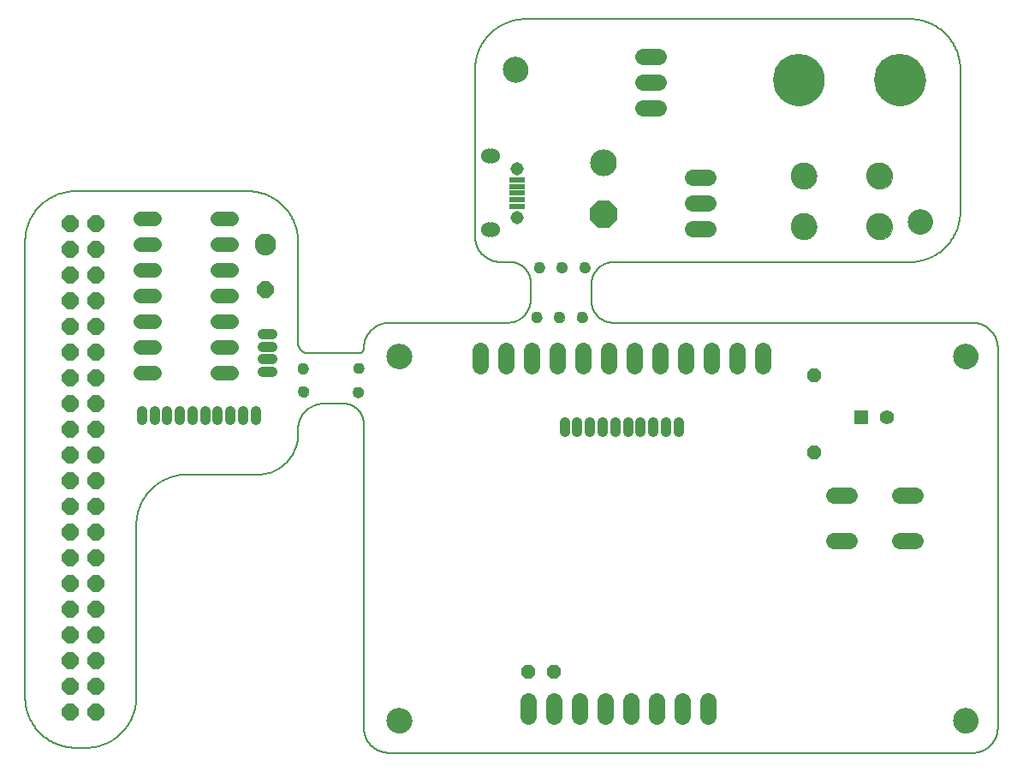
<source format=gts>
G75*
%MOIN*%
%OFA0B0*%
%FSLAX25Y25*%
%IPPOS*%
%LPD*%
%AMOC8*
5,1,8,0,0,1.08239X$1,22.5*
%
%ADD10C,0.00000*%
%ADD11C,0.08274*%
%ADD12C,0.00600*%
%ADD13C,0.09849*%
%ADD14C,0.20085*%
%ADD15C,0.10243*%
%ADD16C,0.04337*%
%ADD17C,0.10400*%
%ADD18OC8,0.10400*%
%ADD19C,0.06400*%
%ADD20OC8,0.06400*%
%ADD21R,0.05912X0.01975*%
%ADD22C,0.06000*%
%ADD23C,0.05156*%
%ADD24C,0.05600*%
%ADD25C,0.03975*%
%ADD26R,0.05600X0.05600*%
%ADD27C,0.05600*%
%ADD28OC8,0.05600*%
D10*
X0173741Y0078859D02*
X0173743Y0078996D01*
X0173749Y0079134D01*
X0173759Y0079271D01*
X0173773Y0079407D01*
X0173791Y0079544D01*
X0173813Y0079679D01*
X0173839Y0079814D01*
X0173868Y0079948D01*
X0173902Y0080082D01*
X0173939Y0080214D01*
X0173981Y0080345D01*
X0174026Y0080475D01*
X0174075Y0080603D01*
X0174127Y0080730D01*
X0174184Y0080855D01*
X0174243Y0080979D01*
X0174307Y0081101D01*
X0174374Y0081221D01*
X0174444Y0081339D01*
X0174518Y0081455D01*
X0174595Y0081569D01*
X0174676Y0081680D01*
X0174759Y0081789D01*
X0174846Y0081896D01*
X0174936Y0081999D01*
X0175029Y0082101D01*
X0175125Y0082199D01*
X0175223Y0082295D01*
X0175325Y0082388D01*
X0175428Y0082478D01*
X0175535Y0082565D01*
X0175644Y0082648D01*
X0175755Y0082729D01*
X0175869Y0082806D01*
X0175985Y0082880D01*
X0176103Y0082950D01*
X0176223Y0083017D01*
X0176345Y0083081D01*
X0176469Y0083140D01*
X0176594Y0083197D01*
X0176721Y0083249D01*
X0176849Y0083298D01*
X0176979Y0083343D01*
X0177110Y0083385D01*
X0177242Y0083422D01*
X0177376Y0083456D01*
X0177510Y0083485D01*
X0177645Y0083511D01*
X0177780Y0083533D01*
X0177917Y0083551D01*
X0178053Y0083565D01*
X0178190Y0083575D01*
X0178328Y0083581D01*
X0178465Y0083583D01*
X0178602Y0083581D01*
X0178740Y0083575D01*
X0178877Y0083565D01*
X0179013Y0083551D01*
X0179150Y0083533D01*
X0179285Y0083511D01*
X0179420Y0083485D01*
X0179554Y0083456D01*
X0179688Y0083422D01*
X0179820Y0083385D01*
X0179951Y0083343D01*
X0180081Y0083298D01*
X0180209Y0083249D01*
X0180336Y0083197D01*
X0180461Y0083140D01*
X0180585Y0083081D01*
X0180707Y0083017D01*
X0180827Y0082950D01*
X0180945Y0082880D01*
X0181061Y0082806D01*
X0181175Y0082729D01*
X0181286Y0082648D01*
X0181395Y0082565D01*
X0181502Y0082478D01*
X0181605Y0082388D01*
X0181707Y0082295D01*
X0181805Y0082199D01*
X0181901Y0082101D01*
X0181994Y0081999D01*
X0182084Y0081896D01*
X0182171Y0081789D01*
X0182254Y0081680D01*
X0182335Y0081569D01*
X0182412Y0081455D01*
X0182486Y0081339D01*
X0182556Y0081221D01*
X0182623Y0081101D01*
X0182687Y0080979D01*
X0182746Y0080855D01*
X0182803Y0080730D01*
X0182855Y0080603D01*
X0182904Y0080475D01*
X0182949Y0080345D01*
X0182991Y0080214D01*
X0183028Y0080082D01*
X0183062Y0079948D01*
X0183091Y0079814D01*
X0183117Y0079679D01*
X0183139Y0079544D01*
X0183157Y0079407D01*
X0183171Y0079271D01*
X0183181Y0079134D01*
X0183187Y0078996D01*
X0183189Y0078859D01*
X0183187Y0078722D01*
X0183181Y0078584D01*
X0183171Y0078447D01*
X0183157Y0078311D01*
X0183139Y0078174D01*
X0183117Y0078039D01*
X0183091Y0077904D01*
X0183062Y0077770D01*
X0183028Y0077636D01*
X0182991Y0077504D01*
X0182949Y0077373D01*
X0182904Y0077243D01*
X0182855Y0077115D01*
X0182803Y0076988D01*
X0182746Y0076863D01*
X0182687Y0076739D01*
X0182623Y0076617D01*
X0182556Y0076497D01*
X0182486Y0076379D01*
X0182412Y0076263D01*
X0182335Y0076149D01*
X0182254Y0076038D01*
X0182171Y0075929D01*
X0182084Y0075822D01*
X0181994Y0075719D01*
X0181901Y0075617D01*
X0181805Y0075519D01*
X0181707Y0075423D01*
X0181605Y0075330D01*
X0181502Y0075240D01*
X0181395Y0075153D01*
X0181286Y0075070D01*
X0181175Y0074989D01*
X0181061Y0074912D01*
X0180945Y0074838D01*
X0180827Y0074768D01*
X0180707Y0074701D01*
X0180585Y0074637D01*
X0180461Y0074578D01*
X0180336Y0074521D01*
X0180209Y0074469D01*
X0180081Y0074420D01*
X0179951Y0074375D01*
X0179820Y0074333D01*
X0179688Y0074296D01*
X0179554Y0074262D01*
X0179420Y0074233D01*
X0179285Y0074207D01*
X0179150Y0074185D01*
X0179013Y0074167D01*
X0178877Y0074153D01*
X0178740Y0074143D01*
X0178602Y0074137D01*
X0178465Y0074135D01*
X0178328Y0074137D01*
X0178190Y0074143D01*
X0178053Y0074153D01*
X0177917Y0074167D01*
X0177780Y0074185D01*
X0177645Y0074207D01*
X0177510Y0074233D01*
X0177376Y0074262D01*
X0177242Y0074296D01*
X0177110Y0074333D01*
X0176979Y0074375D01*
X0176849Y0074420D01*
X0176721Y0074469D01*
X0176594Y0074521D01*
X0176469Y0074578D01*
X0176345Y0074637D01*
X0176223Y0074701D01*
X0176103Y0074768D01*
X0175985Y0074838D01*
X0175869Y0074912D01*
X0175755Y0074989D01*
X0175644Y0075070D01*
X0175535Y0075153D01*
X0175428Y0075240D01*
X0175325Y0075330D01*
X0175223Y0075423D01*
X0175125Y0075519D01*
X0175029Y0075617D01*
X0174936Y0075719D01*
X0174846Y0075822D01*
X0174759Y0075929D01*
X0174676Y0076038D01*
X0174595Y0076149D01*
X0174518Y0076263D01*
X0174444Y0076379D01*
X0174374Y0076497D01*
X0174307Y0076617D01*
X0174243Y0076739D01*
X0174184Y0076863D01*
X0174127Y0076988D01*
X0174075Y0077115D01*
X0174026Y0077243D01*
X0173981Y0077373D01*
X0173939Y0077504D01*
X0173902Y0077636D01*
X0173868Y0077770D01*
X0173839Y0077904D01*
X0173813Y0078039D01*
X0173791Y0078174D01*
X0173773Y0078311D01*
X0173759Y0078447D01*
X0173749Y0078584D01*
X0173743Y0078722D01*
X0173741Y0078859D01*
X0160446Y0206581D02*
X0160448Y0206669D01*
X0160454Y0206757D01*
X0160464Y0206845D01*
X0160478Y0206933D01*
X0160495Y0207019D01*
X0160517Y0207105D01*
X0160542Y0207189D01*
X0160572Y0207273D01*
X0160604Y0207355D01*
X0160641Y0207435D01*
X0160681Y0207514D01*
X0160725Y0207591D01*
X0160772Y0207666D01*
X0160822Y0207738D01*
X0160876Y0207809D01*
X0160932Y0207876D01*
X0160992Y0207942D01*
X0161054Y0208004D01*
X0161120Y0208064D01*
X0161187Y0208120D01*
X0161258Y0208174D01*
X0161330Y0208224D01*
X0161405Y0208271D01*
X0161482Y0208315D01*
X0161561Y0208355D01*
X0161641Y0208392D01*
X0161723Y0208424D01*
X0161807Y0208454D01*
X0161891Y0208479D01*
X0161977Y0208501D01*
X0162063Y0208518D01*
X0162151Y0208532D01*
X0162239Y0208542D01*
X0162327Y0208548D01*
X0162415Y0208550D01*
X0162503Y0208548D01*
X0162591Y0208542D01*
X0162679Y0208532D01*
X0162767Y0208518D01*
X0162853Y0208501D01*
X0162939Y0208479D01*
X0163023Y0208454D01*
X0163107Y0208424D01*
X0163189Y0208392D01*
X0163269Y0208355D01*
X0163348Y0208315D01*
X0163425Y0208271D01*
X0163500Y0208224D01*
X0163572Y0208174D01*
X0163643Y0208120D01*
X0163710Y0208064D01*
X0163776Y0208004D01*
X0163838Y0207942D01*
X0163898Y0207876D01*
X0163954Y0207809D01*
X0164008Y0207738D01*
X0164058Y0207666D01*
X0164105Y0207591D01*
X0164149Y0207514D01*
X0164189Y0207435D01*
X0164226Y0207355D01*
X0164258Y0207273D01*
X0164288Y0207189D01*
X0164313Y0207105D01*
X0164335Y0207019D01*
X0164352Y0206933D01*
X0164366Y0206845D01*
X0164376Y0206757D01*
X0164382Y0206669D01*
X0164384Y0206581D01*
X0164382Y0206493D01*
X0164376Y0206405D01*
X0164366Y0206317D01*
X0164352Y0206229D01*
X0164335Y0206143D01*
X0164313Y0206057D01*
X0164288Y0205973D01*
X0164258Y0205889D01*
X0164226Y0205807D01*
X0164189Y0205727D01*
X0164149Y0205648D01*
X0164105Y0205571D01*
X0164058Y0205496D01*
X0164008Y0205424D01*
X0163954Y0205353D01*
X0163898Y0205286D01*
X0163838Y0205220D01*
X0163776Y0205158D01*
X0163710Y0205098D01*
X0163643Y0205042D01*
X0163572Y0204988D01*
X0163500Y0204938D01*
X0163425Y0204891D01*
X0163348Y0204847D01*
X0163269Y0204807D01*
X0163189Y0204770D01*
X0163107Y0204738D01*
X0163023Y0204708D01*
X0162939Y0204683D01*
X0162853Y0204661D01*
X0162767Y0204644D01*
X0162679Y0204630D01*
X0162591Y0204620D01*
X0162503Y0204614D01*
X0162415Y0204612D01*
X0162327Y0204614D01*
X0162239Y0204620D01*
X0162151Y0204630D01*
X0162063Y0204644D01*
X0161977Y0204661D01*
X0161891Y0204683D01*
X0161807Y0204708D01*
X0161723Y0204738D01*
X0161641Y0204770D01*
X0161561Y0204807D01*
X0161482Y0204847D01*
X0161405Y0204891D01*
X0161330Y0204938D01*
X0161258Y0204988D01*
X0161187Y0205042D01*
X0161120Y0205098D01*
X0161054Y0205158D01*
X0160992Y0205220D01*
X0160932Y0205286D01*
X0160876Y0205353D01*
X0160822Y0205424D01*
X0160772Y0205496D01*
X0160725Y0205571D01*
X0160681Y0205648D01*
X0160641Y0205727D01*
X0160604Y0205807D01*
X0160572Y0205889D01*
X0160542Y0205973D01*
X0160517Y0206057D01*
X0160495Y0206143D01*
X0160478Y0206229D01*
X0160464Y0206317D01*
X0160454Y0206405D01*
X0160448Y0206493D01*
X0160446Y0206581D01*
X0160574Y0215967D02*
X0160576Y0216055D01*
X0160582Y0216143D01*
X0160592Y0216231D01*
X0160606Y0216319D01*
X0160623Y0216405D01*
X0160645Y0216491D01*
X0160670Y0216575D01*
X0160700Y0216659D01*
X0160732Y0216741D01*
X0160769Y0216821D01*
X0160809Y0216900D01*
X0160853Y0216977D01*
X0160900Y0217052D01*
X0160950Y0217124D01*
X0161004Y0217195D01*
X0161060Y0217262D01*
X0161120Y0217328D01*
X0161182Y0217390D01*
X0161248Y0217450D01*
X0161315Y0217506D01*
X0161386Y0217560D01*
X0161458Y0217610D01*
X0161533Y0217657D01*
X0161610Y0217701D01*
X0161689Y0217741D01*
X0161769Y0217778D01*
X0161851Y0217810D01*
X0161935Y0217840D01*
X0162019Y0217865D01*
X0162105Y0217887D01*
X0162191Y0217904D01*
X0162279Y0217918D01*
X0162367Y0217928D01*
X0162455Y0217934D01*
X0162543Y0217936D01*
X0162631Y0217934D01*
X0162719Y0217928D01*
X0162807Y0217918D01*
X0162895Y0217904D01*
X0162981Y0217887D01*
X0163067Y0217865D01*
X0163151Y0217840D01*
X0163235Y0217810D01*
X0163317Y0217778D01*
X0163397Y0217741D01*
X0163476Y0217701D01*
X0163553Y0217657D01*
X0163628Y0217610D01*
X0163700Y0217560D01*
X0163771Y0217506D01*
X0163838Y0217450D01*
X0163904Y0217390D01*
X0163966Y0217328D01*
X0164026Y0217262D01*
X0164082Y0217195D01*
X0164136Y0217124D01*
X0164186Y0217052D01*
X0164233Y0216977D01*
X0164277Y0216900D01*
X0164317Y0216821D01*
X0164354Y0216741D01*
X0164386Y0216659D01*
X0164416Y0216575D01*
X0164441Y0216491D01*
X0164463Y0216405D01*
X0164480Y0216319D01*
X0164494Y0216231D01*
X0164504Y0216143D01*
X0164510Y0216055D01*
X0164512Y0215967D01*
X0164510Y0215879D01*
X0164504Y0215791D01*
X0164494Y0215703D01*
X0164480Y0215615D01*
X0164463Y0215529D01*
X0164441Y0215443D01*
X0164416Y0215359D01*
X0164386Y0215275D01*
X0164354Y0215193D01*
X0164317Y0215113D01*
X0164277Y0215034D01*
X0164233Y0214957D01*
X0164186Y0214882D01*
X0164136Y0214810D01*
X0164082Y0214739D01*
X0164026Y0214672D01*
X0163966Y0214606D01*
X0163904Y0214544D01*
X0163838Y0214484D01*
X0163771Y0214428D01*
X0163700Y0214374D01*
X0163628Y0214324D01*
X0163553Y0214277D01*
X0163476Y0214233D01*
X0163397Y0214193D01*
X0163317Y0214156D01*
X0163235Y0214124D01*
X0163151Y0214094D01*
X0163067Y0214069D01*
X0162981Y0214047D01*
X0162895Y0214030D01*
X0162807Y0214016D01*
X0162719Y0214006D01*
X0162631Y0214000D01*
X0162543Y0213998D01*
X0162455Y0214000D01*
X0162367Y0214006D01*
X0162279Y0214016D01*
X0162191Y0214030D01*
X0162105Y0214047D01*
X0162019Y0214069D01*
X0161935Y0214094D01*
X0161851Y0214124D01*
X0161769Y0214156D01*
X0161689Y0214193D01*
X0161610Y0214233D01*
X0161533Y0214277D01*
X0161458Y0214324D01*
X0161386Y0214374D01*
X0161315Y0214428D01*
X0161248Y0214484D01*
X0161182Y0214544D01*
X0161120Y0214606D01*
X0161060Y0214672D01*
X0161004Y0214739D01*
X0160950Y0214810D01*
X0160900Y0214882D01*
X0160853Y0214957D01*
X0160809Y0215034D01*
X0160769Y0215113D01*
X0160732Y0215193D01*
X0160700Y0215275D01*
X0160670Y0215359D01*
X0160645Y0215443D01*
X0160623Y0215529D01*
X0160606Y0215615D01*
X0160592Y0215703D01*
X0160582Y0215791D01*
X0160576Y0215879D01*
X0160574Y0215967D01*
X0173741Y0220591D02*
X0173743Y0220728D01*
X0173749Y0220866D01*
X0173759Y0221003D01*
X0173773Y0221139D01*
X0173791Y0221276D01*
X0173813Y0221411D01*
X0173839Y0221546D01*
X0173868Y0221680D01*
X0173902Y0221814D01*
X0173939Y0221946D01*
X0173981Y0222077D01*
X0174026Y0222207D01*
X0174075Y0222335D01*
X0174127Y0222462D01*
X0174184Y0222587D01*
X0174243Y0222711D01*
X0174307Y0222833D01*
X0174374Y0222953D01*
X0174444Y0223071D01*
X0174518Y0223187D01*
X0174595Y0223301D01*
X0174676Y0223412D01*
X0174759Y0223521D01*
X0174846Y0223628D01*
X0174936Y0223731D01*
X0175029Y0223833D01*
X0175125Y0223931D01*
X0175223Y0224027D01*
X0175325Y0224120D01*
X0175428Y0224210D01*
X0175535Y0224297D01*
X0175644Y0224380D01*
X0175755Y0224461D01*
X0175869Y0224538D01*
X0175985Y0224612D01*
X0176103Y0224682D01*
X0176223Y0224749D01*
X0176345Y0224813D01*
X0176469Y0224872D01*
X0176594Y0224929D01*
X0176721Y0224981D01*
X0176849Y0225030D01*
X0176979Y0225075D01*
X0177110Y0225117D01*
X0177242Y0225154D01*
X0177376Y0225188D01*
X0177510Y0225217D01*
X0177645Y0225243D01*
X0177780Y0225265D01*
X0177917Y0225283D01*
X0178053Y0225297D01*
X0178190Y0225307D01*
X0178328Y0225313D01*
X0178465Y0225315D01*
X0178602Y0225313D01*
X0178740Y0225307D01*
X0178877Y0225297D01*
X0179013Y0225283D01*
X0179150Y0225265D01*
X0179285Y0225243D01*
X0179420Y0225217D01*
X0179554Y0225188D01*
X0179688Y0225154D01*
X0179820Y0225117D01*
X0179951Y0225075D01*
X0180081Y0225030D01*
X0180209Y0224981D01*
X0180336Y0224929D01*
X0180461Y0224872D01*
X0180585Y0224813D01*
X0180707Y0224749D01*
X0180827Y0224682D01*
X0180945Y0224612D01*
X0181061Y0224538D01*
X0181175Y0224461D01*
X0181286Y0224380D01*
X0181395Y0224297D01*
X0181502Y0224210D01*
X0181605Y0224120D01*
X0181707Y0224027D01*
X0181805Y0223931D01*
X0181901Y0223833D01*
X0181994Y0223731D01*
X0182084Y0223628D01*
X0182171Y0223521D01*
X0182254Y0223412D01*
X0182335Y0223301D01*
X0182412Y0223187D01*
X0182486Y0223071D01*
X0182556Y0222953D01*
X0182623Y0222833D01*
X0182687Y0222711D01*
X0182746Y0222587D01*
X0182803Y0222462D01*
X0182855Y0222335D01*
X0182904Y0222207D01*
X0182949Y0222077D01*
X0182991Y0221946D01*
X0183028Y0221814D01*
X0183062Y0221680D01*
X0183091Y0221546D01*
X0183117Y0221411D01*
X0183139Y0221276D01*
X0183157Y0221139D01*
X0183171Y0221003D01*
X0183181Y0220866D01*
X0183187Y0220728D01*
X0183189Y0220591D01*
X0183187Y0220454D01*
X0183181Y0220316D01*
X0183171Y0220179D01*
X0183157Y0220043D01*
X0183139Y0219906D01*
X0183117Y0219771D01*
X0183091Y0219636D01*
X0183062Y0219502D01*
X0183028Y0219368D01*
X0182991Y0219236D01*
X0182949Y0219105D01*
X0182904Y0218975D01*
X0182855Y0218847D01*
X0182803Y0218720D01*
X0182746Y0218595D01*
X0182687Y0218471D01*
X0182623Y0218349D01*
X0182556Y0218229D01*
X0182486Y0218111D01*
X0182412Y0217995D01*
X0182335Y0217881D01*
X0182254Y0217770D01*
X0182171Y0217661D01*
X0182084Y0217554D01*
X0181994Y0217451D01*
X0181901Y0217349D01*
X0181805Y0217251D01*
X0181707Y0217155D01*
X0181605Y0217062D01*
X0181502Y0216972D01*
X0181395Y0216885D01*
X0181286Y0216802D01*
X0181175Y0216721D01*
X0181061Y0216644D01*
X0180945Y0216570D01*
X0180827Y0216500D01*
X0180707Y0216433D01*
X0180585Y0216369D01*
X0180461Y0216310D01*
X0180336Y0216253D01*
X0180209Y0216201D01*
X0180081Y0216152D01*
X0179951Y0216107D01*
X0179820Y0216065D01*
X0179688Y0216028D01*
X0179554Y0215994D01*
X0179420Y0215965D01*
X0179285Y0215939D01*
X0179150Y0215917D01*
X0179013Y0215899D01*
X0178877Y0215885D01*
X0178740Y0215875D01*
X0178602Y0215869D01*
X0178465Y0215867D01*
X0178328Y0215869D01*
X0178190Y0215875D01*
X0178053Y0215885D01*
X0177917Y0215899D01*
X0177780Y0215917D01*
X0177645Y0215939D01*
X0177510Y0215965D01*
X0177376Y0215994D01*
X0177242Y0216028D01*
X0177110Y0216065D01*
X0176979Y0216107D01*
X0176849Y0216152D01*
X0176721Y0216201D01*
X0176594Y0216253D01*
X0176469Y0216310D01*
X0176345Y0216369D01*
X0176223Y0216433D01*
X0176103Y0216500D01*
X0175985Y0216570D01*
X0175869Y0216644D01*
X0175755Y0216721D01*
X0175644Y0216802D01*
X0175535Y0216885D01*
X0175428Y0216972D01*
X0175325Y0217062D01*
X0175223Y0217155D01*
X0175125Y0217251D01*
X0175029Y0217349D01*
X0174936Y0217451D01*
X0174846Y0217554D01*
X0174759Y0217661D01*
X0174676Y0217770D01*
X0174595Y0217881D01*
X0174518Y0217995D01*
X0174444Y0218111D01*
X0174374Y0218229D01*
X0174307Y0218349D01*
X0174243Y0218471D01*
X0174184Y0218595D01*
X0174127Y0218720D01*
X0174075Y0218847D01*
X0174026Y0218975D01*
X0173981Y0219105D01*
X0173939Y0219236D01*
X0173902Y0219368D01*
X0173868Y0219502D01*
X0173839Y0219636D01*
X0173813Y0219771D01*
X0173791Y0219906D01*
X0173773Y0220043D01*
X0173759Y0220179D01*
X0173749Y0220316D01*
X0173743Y0220454D01*
X0173741Y0220591D01*
X0138939Y0215776D02*
X0138941Y0215864D01*
X0138947Y0215952D01*
X0138957Y0216040D01*
X0138971Y0216128D01*
X0138988Y0216214D01*
X0139010Y0216300D01*
X0139035Y0216384D01*
X0139065Y0216468D01*
X0139097Y0216550D01*
X0139134Y0216630D01*
X0139174Y0216709D01*
X0139218Y0216786D01*
X0139265Y0216861D01*
X0139315Y0216933D01*
X0139369Y0217004D01*
X0139425Y0217071D01*
X0139485Y0217137D01*
X0139547Y0217199D01*
X0139613Y0217259D01*
X0139680Y0217315D01*
X0139751Y0217369D01*
X0139823Y0217419D01*
X0139898Y0217466D01*
X0139975Y0217510D01*
X0140054Y0217550D01*
X0140134Y0217587D01*
X0140216Y0217619D01*
X0140300Y0217649D01*
X0140384Y0217674D01*
X0140470Y0217696D01*
X0140556Y0217713D01*
X0140644Y0217727D01*
X0140732Y0217737D01*
X0140820Y0217743D01*
X0140908Y0217745D01*
X0140996Y0217743D01*
X0141084Y0217737D01*
X0141172Y0217727D01*
X0141260Y0217713D01*
X0141346Y0217696D01*
X0141432Y0217674D01*
X0141516Y0217649D01*
X0141600Y0217619D01*
X0141682Y0217587D01*
X0141762Y0217550D01*
X0141841Y0217510D01*
X0141918Y0217466D01*
X0141993Y0217419D01*
X0142065Y0217369D01*
X0142136Y0217315D01*
X0142203Y0217259D01*
X0142269Y0217199D01*
X0142331Y0217137D01*
X0142391Y0217071D01*
X0142447Y0217004D01*
X0142501Y0216933D01*
X0142551Y0216861D01*
X0142598Y0216786D01*
X0142642Y0216709D01*
X0142682Y0216630D01*
X0142719Y0216550D01*
X0142751Y0216468D01*
X0142781Y0216384D01*
X0142806Y0216300D01*
X0142828Y0216214D01*
X0142845Y0216128D01*
X0142859Y0216040D01*
X0142869Y0215952D01*
X0142875Y0215864D01*
X0142877Y0215776D01*
X0142875Y0215688D01*
X0142869Y0215600D01*
X0142859Y0215512D01*
X0142845Y0215424D01*
X0142828Y0215338D01*
X0142806Y0215252D01*
X0142781Y0215168D01*
X0142751Y0215084D01*
X0142719Y0215002D01*
X0142682Y0214922D01*
X0142642Y0214843D01*
X0142598Y0214766D01*
X0142551Y0214691D01*
X0142501Y0214619D01*
X0142447Y0214548D01*
X0142391Y0214481D01*
X0142331Y0214415D01*
X0142269Y0214353D01*
X0142203Y0214293D01*
X0142136Y0214237D01*
X0142065Y0214183D01*
X0141993Y0214133D01*
X0141918Y0214086D01*
X0141841Y0214042D01*
X0141762Y0214002D01*
X0141682Y0213965D01*
X0141600Y0213933D01*
X0141516Y0213903D01*
X0141432Y0213878D01*
X0141346Y0213856D01*
X0141260Y0213839D01*
X0141172Y0213825D01*
X0141084Y0213815D01*
X0140996Y0213809D01*
X0140908Y0213807D01*
X0140820Y0213809D01*
X0140732Y0213815D01*
X0140644Y0213825D01*
X0140556Y0213839D01*
X0140470Y0213856D01*
X0140384Y0213878D01*
X0140300Y0213903D01*
X0140216Y0213933D01*
X0140134Y0213965D01*
X0140054Y0214002D01*
X0139975Y0214042D01*
X0139898Y0214086D01*
X0139823Y0214133D01*
X0139751Y0214183D01*
X0139680Y0214237D01*
X0139613Y0214293D01*
X0139547Y0214353D01*
X0139485Y0214415D01*
X0139425Y0214481D01*
X0139369Y0214548D01*
X0139315Y0214619D01*
X0139265Y0214691D01*
X0139218Y0214766D01*
X0139174Y0214843D01*
X0139134Y0214922D01*
X0139097Y0215002D01*
X0139065Y0215084D01*
X0139035Y0215168D01*
X0139010Y0215252D01*
X0138988Y0215338D01*
X0138971Y0215424D01*
X0138957Y0215512D01*
X0138947Y0215600D01*
X0138941Y0215688D01*
X0138939Y0215776D01*
X0139194Y0206773D02*
X0139196Y0206861D01*
X0139202Y0206949D01*
X0139212Y0207037D01*
X0139226Y0207125D01*
X0139243Y0207211D01*
X0139265Y0207297D01*
X0139290Y0207381D01*
X0139320Y0207465D01*
X0139352Y0207547D01*
X0139389Y0207627D01*
X0139429Y0207706D01*
X0139473Y0207783D01*
X0139520Y0207858D01*
X0139570Y0207930D01*
X0139624Y0208001D01*
X0139680Y0208068D01*
X0139740Y0208134D01*
X0139802Y0208196D01*
X0139868Y0208256D01*
X0139935Y0208312D01*
X0140006Y0208366D01*
X0140078Y0208416D01*
X0140153Y0208463D01*
X0140230Y0208507D01*
X0140309Y0208547D01*
X0140389Y0208584D01*
X0140471Y0208616D01*
X0140555Y0208646D01*
X0140639Y0208671D01*
X0140725Y0208693D01*
X0140811Y0208710D01*
X0140899Y0208724D01*
X0140987Y0208734D01*
X0141075Y0208740D01*
X0141163Y0208742D01*
X0141251Y0208740D01*
X0141339Y0208734D01*
X0141427Y0208724D01*
X0141515Y0208710D01*
X0141601Y0208693D01*
X0141687Y0208671D01*
X0141771Y0208646D01*
X0141855Y0208616D01*
X0141937Y0208584D01*
X0142017Y0208547D01*
X0142096Y0208507D01*
X0142173Y0208463D01*
X0142248Y0208416D01*
X0142320Y0208366D01*
X0142391Y0208312D01*
X0142458Y0208256D01*
X0142524Y0208196D01*
X0142586Y0208134D01*
X0142646Y0208068D01*
X0142702Y0208001D01*
X0142756Y0207930D01*
X0142806Y0207858D01*
X0142853Y0207783D01*
X0142897Y0207706D01*
X0142937Y0207627D01*
X0142974Y0207547D01*
X0143006Y0207465D01*
X0143036Y0207381D01*
X0143061Y0207297D01*
X0143083Y0207211D01*
X0143100Y0207125D01*
X0143114Y0207037D01*
X0143124Y0206949D01*
X0143130Y0206861D01*
X0143132Y0206773D01*
X0143130Y0206685D01*
X0143124Y0206597D01*
X0143114Y0206509D01*
X0143100Y0206421D01*
X0143083Y0206335D01*
X0143061Y0206249D01*
X0143036Y0206165D01*
X0143006Y0206081D01*
X0142974Y0205999D01*
X0142937Y0205919D01*
X0142897Y0205840D01*
X0142853Y0205763D01*
X0142806Y0205688D01*
X0142756Y0205616D01*
X0142702Y0205545D01*
X0142646Y0205478D01*
X0142586Y0205412D01*
X0142524Y0205350D01*
X0142458Y0205290D01*
X0142391Y0205234D01*
X0142320Y0205180D01*
X0142248Y0205130D01*
X0142173Y0205083D01*
X0142096Y0205039D01*
X0142017Y0204999D01*
X0141937Y0204962D01*
X0141855Y0204930D01*
X0141771Y0204900D01*
X0141687Y0204875D01*
X0141601Y0204853D01*
X0141515Y0204836D01*
X0141427Y0204822D01*
X0141339Y0204812D01*
X0141251Y0204806D01*
X0141163Y0204804D01*
X0141075Y0204806D01*
X0140987Y0204812D01*
X0140899Y0204822D01*
X0140811Y0204836D01*
X0140725Y0204853D01*
X0140639Y0204875D01*
X0140555Y0204900D01*
X0140471Y0204930D01*
X0140389Y0204962D01*
X0140309Y0204999D01*
X0140230Y0205039D01*
X0140153Y0205083D01*
X0140078Y0205130D01*
X0140006Y0205180D01*
X0139935Y0205234D01*
X0139868Y0205290D01*
X0139802Y0205350D01*
X0139740Y0205412D01*
X0139680Y0205478D01*
X0139624Y0205545D01*
X0139570Y0205616D01*
X0139520Y0205688D01*
X0139473Y0205763D01*
X0139429Y0205840D01*
X0139389Y0205919D01*
X0139352Y0205999D01*
X0139320Y0206081D01*
X0139290Y0206165D01*
X0139265Y0206249D01*
X0139243Y0206335D01*
X0139226Y0206421D01*
X0139212Y0206509D01*
X0139202Y0206597D01*
X0139196Y0206685D01*
X0139194Y0206773D01*
X0122259Y0264014D02*
X0122261Y0264139D01*
X0122267Y0264264D01*
X0122277Y0264388D01*
X0122291Y0264512D01*
X0122308Y0264636D01*
X0122330Y0264759D01*
X0122356Y0264881D01*
X0122385Y0265003D01*
X0122418Y0265123D01*
X0122456Y0265242D01*
X0122496Y0265361D01*
X0122541Y0265477D01*
X0122589Y0265592D01*
X0122641Y0265706D01*
X0122697Y0265818D01*
X0122756Y0265928D01*
X0122818Y0266036D01*
X0122884Y0266143D01*
X0122953Y0266247D01*
X0123026Y0266348D01*
X0123101Y0266448D01*
X0123180Y0266545D01*
X0123262Y0266639D01*
X0123347Y0266731D01*
X0123434Y0266820D01*
X0123525Y0266906D01*
X0123618Y0266989D01*
X0123714Y0267070D01*
X0123812Y0267147D01*
X0123912Y0267221D01*
X0124015Y0267292D01*
X0124120Y0267359D01*
X0124228Y0267424D01*
X0124337Y0267484D01*
X0124448Y0267542D01*
X0124561Y0267595D01*
X0124675Y0267645D01*
X0124791Y0267692D01*
X0124908Y0267734D01*
X0125027Y0267773D01*
X0125147Y0267809D01*
X0125268Y0267840D01*
X0125390Y0267868D01*
X0125512Y0267891D01*
X0125636Y0267911D01*
X0125760Y0267927D01*
X0125884Y0267939D01*
X0126009Y0267947D01*
X0126134Y0267951D01*
X0126258Y0267951D01*
X0126383Y0267947D01*
X0126508Y0267939D01*
X0126632Y0267927D01*
X0126756Y0267911D01*
X0126880Y0267891D01*
X0127002Y0267868D01*
X0127124Y0267840D01*
X0127245Y0267809D01*
X0127365Y0267773D01*
X0127484Y0267734D01*
X0127601Y0267692D01*
X0127717Y0267645D01*
X0127831Y0267595D01*
X0127944Y0267542D01*
X0128055Y0267484D01*
X0128165Y0267424D01*
X0128272Y0267359D01*
X0128377Y0267292D01*
X0128480Y0267221D01*
X0128580Y0267147D01*
X0128678Y0267070D01*
X0128774Y0266989D01*
X0128867Y0266906D01*
X0128958Y0266820D01*
X0129045Y0266731D01*
X0129130Y0266639D01*
X0129212Y0266545D01*
X0129291Y0266448D01*
X0129366Y0266348D01*
X0129439Y0266247D01*
X0129508Y0266143D01*
X0129574Y0266036D01*
X0129636Y0265928D01*
X0129695Y0265818D01*
X0129751Y0265706D01*
X0129803Y0265592D01*
X0129851Y0265477D01*
X0129896Y0265361D01*
X0129936Y0265242D01*
X0129974Y0265123D01*
X0130007Y0265003D01*
X0130036Y0264881D01*
X0130062Y0264759D01*
X0130084Y0264636D01*
X0130101Y0264512D01*
X0130115Y0264388D01*
X0130125Y0264264D01*
X0130131Y0264139D01*
X0130133Y0264014D01*
X0130131Y0263889D01*
X0130125Y0263764D01*
X0130115Y0263640D01*
X0130101Y0263516D01*
X0130084Y0263392D01*
X0130062Y0263269D01*
X0130036Y0263147D01*
X0130007Y0263025D01*
X0129974Y0262905D01*
X0129936Y0262786D01*
X0129896Y0262667D01*
X0129851Y0262551D01*
X0129803Y0262436D01*
X0129751Y0262322D01*
X0129695Y0262210D01*
X0129636Y0262100D01*
X0129574Y0261992D01*
X0129508Y0261885D01*
X0129439Y0261781D01*
X0129366Y0261680D01*
X0129291Y0261580D01*
X0129212Y0261483D01*
X0129130Y0261389D01*
X0129045Y0261297D01*
X0128958Y0261208D01*
X0128867Y0261122D01*
X0128774Y0261039D01*
X0128678Y0260958D01*
X0128580Y0260881D01*
X0128480Y0260807D01*
X0128377Y0260736D01*
X0128272Y0260669D01*
X0128164Y0260604D01*
X0128055Y0260544D01*
X0127944Y0260486D01*
X0127831Y0260433D01*
X0127717Y0260383D01*
X0127601Y0260336D01*
X0127484Y0260294D01*
X0127365Y0260255D01*
X0127245Y0260219D01*
X0127124Y0260188D01*
X0127002Y0260160D01*
X0126880Y0260137D01*
X0126756Y0260117D01*
X0126632Y0260101D01*
X0126508Y0260089D01*
X0126383Y0260081D01*
X0126258Y0260077D01*
X0126134Y0260077D01*
X0126009Y0260081D01*
X0125884Y0260089D01*
X0125760Y0260101D01*
X0125636Y0260117D01*
X0125512Y0260137D01*
X0125390Y0260160D01*
X0125268Y0260188D01*
X0125147Y0260219D01*
X0125027Y0260255D01*
X0124908Y0260294D01*
X0124791Y0260336D01*
X0124675Y0260383D01*
X0124561Y0260433D01*
X0124448Y0260486D01*
X0124337Y0260544D01*
X0124227Y0260604D01*
X0124120Y0260669D01*
X0124015Y0260736D01*
X0123912Y0260807D01*
X0123812Y0260881D01*
X0123714Y0260958D01*
X0123618Y0261039D01*
X0123525Y0261122D01*
X0123434Y0261208D01*
X0123347Y0261297D01*
X0123262Y0261389D01*
X0123180Y0261483D01*
X0123101Y0261580D01*
X0123026Y0261680D01*
X0122953Y0261781D01*
X0122884Y0261885D01*
X0122818Y0261992D01*
X0122756Y0262100D01*
X0122697Y0262210D01*
X0122641Y0262322D01*
X0122589Y0262436D01*
X0122541Y0262551D01*
X0122496Y0262667D01*
X0122456Y0262786D01*
X0122418Y0262905D01*
X0122385Y0263025D01*
X0122356Y0263147D01*
X0122330Y0263269D01*
X0122308Y0263392D01*
X0122291Y0263516D01*
X0122277Y0263640D01*
X0122267Y0263764D01*
X0122261Y0263889D01*
X0122259Y0264014D01*
X0219017Y0332009D02*
X0219019Y0332146D01*
X0219025Y0332284D01*
X0219035Y0332421D01*
X0219049Y0332557D01*
X0219067Y0332694D01*
X0219089Y0332829D01*
X0219115Y0332964D01*
X0219144Y0333098D01*
X0219178Y0333232D01*
X0219215Y0333364D01*
X0219257Y0333495D01*
X0219302Y0333625D01*
X0219351Y0333753D01*
X0219403Y0333880D01*
X0219460Y0334005D01*
X0219519Y0334129D01*
X0219583Y0334251D01*
X0219650Y0334371D01*
X0219720Y0334489D01*
X0219794Y0334605D01*
X0219871Y0334719D01*
X0219952Y0334830D01*
X0220035Y0334939D01*
X0220122Y0335046D01*
X0220212Y0335149D01*
X0220305Y0335251D01*
X0220401Y0335349D01*
X0220499Y0335445D01*
X0220601Y0335538D01*
X0220704Y0335628D01*
X0220811Y0335715D01*
X0220920Y0335798D01*
X0221031Y0335879D01*
X0221145Y0335956D01*
X0221261Y0336030D01*
X0221379Y0336100D01*
X0221499Y0336167D01*
X0221621Y0336231D01*
X0221745Y0336290D01*
X0221870Y0336347D01*
X0221997Y0336399D01*
X0222125Y0336448D01*
X0222255Y0336493D01*
X0222386Y0336535D01*
X0222518Y0336572D01*
X0222652Y0336606D01*
X0222786Y0336635D01*
X0222921Y0336661D01*
X0223056Y0336683D01*
X0223193Y0336701D01*
X0223329Y0336715D01*
X0223466Y0336725D01*
X0223604Y0336731D01*
X0223741Y0336733D01*
X0223878Y0336731D01*
X0224016Y0336725D01*
X0224153Y0336715D01*
X0224289Y0336701D01*
X0224426Y0336683D01*
X0224561Y0336661D01*
X0224696Y0336635D01*
X0224830Y0336606D01*
X0224964Y0336572D01*
X0225096Y0336535D01*
X0225227Y0336493D01*
X0225357Y0336448D01*
X0225485Y0336399D01*
X0225612Y0336347D01*
X0225737Y0336290D01*
X0225861Y0336231D01*
X0225983Y0336167D01*
X0226103Y0336100D01*
X0226221Y0336030D01*
X0226337Y0335956D01*
X0226451Y0335879D01*
X0226562Y0335798D01*
X0226671Y0335715D01*
X0226778Y0335628D01*
X0226881Y0335538D01*
X0226983Y0335445D01*
X0227081Y0335349D01*
X0227177Y0335251D01*
X0227270Y0335149D01*
X0227360Y0335046D01*
X0227447Y0334939D01*
X0227530Y0334830D01*
X0227611Y0334719D01*
X0227688Y0334605D01*
X0227762Y0334489D01*
X0227832Y0334371D01*
X0227899Y0334251D01*
X0227963Y0334129D01*
X0228022Y0334005D01*
X0228079Y0333880D01*
X0228131Y0333753D01*
X0228180Y0333625D01*
X0228225Y0333495D01*
X0228267Y0333364D01*
X0228304Y0333232D01*
X0228338Y0333098D01*
X0228367Y0332964D01*
X0228393Y0332829D01*
X0228415Y0332694D01*
X0228433Y0332557D01*
X0228447Y0332421D01*
X0228457Y0332284D01*
X0228463Y0332146D01*
X0228465Y0332009D01*
X0228463Y0331872D01*
X0228457Y0331734D01*
X0228447Y0331597D01*
X0228433Y0331461D01*
X0228415Y0331324D01*
X0228393Y0331189D01*
X0228367Y0331054D01*
X0228338Y0330920D01*
X0228304Y0330786D01*
X0228267Y0330654D01*
X0228225Y0330523D01*
X0228180Y0330393D01*
X0228131Y0330265D01*
X0228079Y0330138D01*
X0228022Y0330013D01*
X0227963Y0329889D01*
X0227899Y0329767D01*
X0227832Y0329647D01*
X0227762Y0329529D01*
X0227688Y0329413D01*
X0227611Y0329299D01*
X0227530Y0329188D01*
X0227447Y0329079D01*
X0227360Y0328972D01*
X0227270Y0328869D01*
X0227177Y0328767D01*
X0227081Y0328669D01*
X0226983Y0328573D01*
X0226881Y0328480D01*
X0226778Y0328390D01*
X0226671Y0328303D01*
X0226562Y0328220D01*
X0226451Y0328139D01*
X0226337Y0328062D01*
X0226221Y0327988D01*
X0226103Y0327918D01*
X0225983Y0327851D01*
X0225861Y0327787D01*
X0225737Y0327728D01*
X0225612Y0327671D01*
X0225485Y0327619D01*
X0225357Y0327570D01*
X0225227Y0327525D01*
X0225096Y0327483D01*
X0224964Y0327446D01*
X0224830Y0327412D01*
X0224696Y0327383D01*
X0224561Y0327357D01*
X0224426Y0327335D01*
X0224289Y0327317D01*
X0224153Y0327303D01*
X0224016Y0327293D01*
X0223878Y0327287D01*
X0223741Y0327285D01*
X0223604Y0327287D01*
X0223466Y0327293D01*
X0223329Y0327303D01*
X0223193Y0327317D01*
X0223056Y0327335D01*
X0222921Y0327357D01*
X0222786Y0327383D01*
X0222652Y0327412D01*
X0222518Y0327446D01*
X0222386Y0327483D01*
X0222255Y0327525D01*
X0222125Y0327570D01*
X0221997Y0327619D01*
X0221870Y0327671D01*
X0221745Y0327728D01*
X0221621Y0327787D01*
X0221499Y0327851D01*
X0221379Y0327918D01*
X0221261Y0327988D01*
X0221145Y0328062D01*
X0221031Y0328139D01*
X0220920Y0328220D01*
X0220811Y0328303D01*
X0220704Y0328390D01*
X0220601Y0328480D01*
X0220499Y0328573D01*
X0220401Y0328669D01*
X0220305Y0328767D01*
X0220212Y0328869D01*
X0220122Y0328972D01*
X0220035Y0329079D01*
X0219952Y0329188D01*
X0219871Y0329299D01*
X0219794Y0329413D01*
X0219720Y0329529D01*
X0219650Y0329647D01*
X0219583Y0329767D01*
X0219519Y0329889D01*
X0219460Y0330013D01*
X0219403Y0330138D01*
X0219351Y0330265D01*
X0219302Y0330393D01*
X0219257Y0330523D01*
X0219215Y0330654D01*
X0219178Y0330786D01*
X0219144Y0330920D01*
X0219115Y0331054D01*
X0219089Y0331189D01*
X0219067Y0331324D01*
X0219049Y0331461D01*
X0219035Y0331597D01*
X0219025Y0331734D01*
X0219019Y0331872D01*
X0219017Y0332009D01*
X0230945Y0255094D02*
X0230947Y0255182D01*
X0230953Y0255270D01*
X0230963Y0255358D01*
X0230977Y0255446D01*
X0230994Y0255532D01*
X0231016Y0255618D01*
X0231041Y0255702D01*
X0231071Y0255786D01*
X0231103Y0255868D01*
X0231140Y0255948D01*
X0231180Y0256027D01*
X0231224Y0256104D01*
X0231271Y0256179D01*
X0231321Y0256251D01*
X0231375Y0256322D01*
X0231431Y0256389D01*
X0231491Y0256455D01*
X0231553Y0256517D01*
X0231619Y0256577D01*
X0231686Y0256633D01*
X0231757Y0256687D01*
X0231829Y0256737D01*
X0231904Y0256784D01*
X0231981Y0256828D01*
X0232060Y0256868D01*
X0232140Y0256905D01*
X0232222Y0256937D01*
X0232306Y0256967D01*
X0232390Y0256992D01*
X0232476Y0257014D01*
X0232562Y0257031D01*
X0232650Y0257045D01*
X0232738Y0257055D01*
X0232826Y0257061D01*
X0232914Y0257063D01*
X0233002Y0257061D01*
X0233090Y0257055D01*
X0233178Y0257045D01*
X0233266Y0257031D01*
X0233352Y0257014D01*
X0233438Y0256992D01*
X0233522Y0256967D01*
X0233606Y0256937D01*
X0233688Y0256905D01*
X0233768Y0256868D01*
X0233847Y0256828D01*
X0233924Y0256784D01*
X0233999Y0256737D01*
X0234071Y0256687D01*
X0234142Y0256633D01*
X0234209Y0256577D01*
X0234275Y0256517D01*
X0234337Y0256455D01*
X0234397Y0256389D01*
X0234453Y0256322D01*
X0234507Y0256251D01*
X0234557Y0256179D01*
X0234604Y0256104D01*
X0234648Y0256027D01*
X0234688Y0255948D01*
X0234725Y0255868D01*
X0234757Y0255786D01*
X0234787Y0255702D01*
X0234812Y0255618D01*
X0234834Y0255532D01*
X0234851Y0255446D01*
X0234865Y0255358D01*
X0234875Y0255270D01*
X0234881Y0255182D01*
X0234883Y0255094D01*
X0234881Y0255006D01*
X0234875Y0254918D01*
X0234865Y0254830D01*
X0234851Y0254742D01*
X0234834Y0254656D01*
X0234812Y0254570D01*
X0234787Y0254486D01*
X0234757Y0254402D01*
X0234725Y0254320D01*
X0234688Y0254240D01*
X0234648Y0254161D01*
X0234604Y0254084D01*
X0234557Y0254009D01*
X0234507Y0253937D01*
X0234453Y0253866D01*
X0234397Y0253799D01*
X0234337Y0253733D01*
X0234275Y0253671D01*
X0234209Y0253611D01*
X0234142Y0253555D01*
X0234071Y0253501D01*
X0233999Y0253451D01*
X0233924Y0253404D01*
X0233847Y0253360D01*
X0233768Y0253320D01*
X0233688Y0253283D01*
X0233606Y0253251D01*
X0233522Y0253221D01*
X0233438Y0253196D01*
X0233352Y0253174D01*
X0233266Y0253157D01*
X0233178Y0253143D01*
X0233090Y0253133D01*
X0233002Y0253127D01*
X0232914Y0253125D01*
X0232826Y0253127D01*
X0232738Y0253133D01*
X0232650Y0253143D01*
X0232562Y0253157D01*
X0232476Y0253174D01*
X0232390Y0253196D01*
X0232306Y0253221D01*
X0232222Y0253251D01*
X0232140Y0253283D01*
X0232060Y0253320D01*
X0231981Y0253360D01*
X0231904Y0253404D01*
X0231829Y0253451D01*
X0231757Y0253501D01*
X0231686Y0253555D01*
X0231619Y0253611D01*
X0231553Y0253671D01*
X0231491Y0253733D01*
X0231431Y0253799D01*
X0231375Y0253866D01*
X0231321Y0253937D01*
X0231271Y0254009D01*
X0231224Y0254084D01*
X0231180Y0254161D01*
X0231140Y0254240D01*
X0231103Y0254320D01*
X0231071Y0254402D01*
X0231041Y0254486D01*
X0231016Y0254570D01*
X0230994Y0254656D01*
X0230977Y0254742D01*
X0230963Y0254830D01*
X0230953Y0254918D01*
X0230947Y0255006D01*
X0230945Y0255094D01*
X0239714Y0255154D02*
X0239716Y0255242D01*
X0239722Y0255330D01*
X0239732Y0255418D01*
X0239746Y0255506D01*
X0239763Y0255592D01*
X0239785Y0255678D01*
X0239810Y0255762D01*
X0239840Y0255846D01*
X0239872Y0255928D01*
X0239909Y0256008D01*
X0239949Y0256087D01*
X0239993Y0256164D01*
X0240040Y0256239D01*
X0240090Y0256311D01*
X0240144Y0256382D01*
X0240200Y0256449D01*
X0240260Y0256515D01*
X0240322Y0256577D01*
X0240388Y0256637D01*
X0240455Y0256693D01*
X0240526Y0256747D01*
X0240598Y0256797D01*
X0240673Y0256844D01*
X0240750Y0256888D01*
X0240829Y0256928D01*
X0240909Y0256965D01*
X0240991Y0256997D01*
X0241075Y0257027D01*
X0241159Y0257052D01*
X0241245Y0257074D01*
X0241331Y0257091D01*
X0241419Y0257105D01*
X0241507Y0257115D01*
X0241595Y0257121D01*
X0241683Y0257123D01*
X0241771Y0257121D01*
X0241859Y0257115D01*
X0241947Y0257105D01*
X0242035Y0257091D01*
X0242121Y0257074D01*
X0242207Y0257052D01*
X0242291Y0257027D01*
X0242375Y0256997D01*
X0242457Y0256965D01*
X0242537Y0256928D01*
X0242616Y0256888D01*
X0242693Y0256844D01*
X0242768Y0256797D01*
X0242840Y0256747D01*
X0242911Y0256693D01*
X0242978Y0256637D01*
X0243044Y0256577D01*
X0243106Y0256515D01*
X0243166Y0256449D01*
X0243222Y0256382D01*
X0243276Y0256311D01*
X0243326Y0256239D01*
X0243373Y0256164D01*
X0243417Y0256087D01*
X0243457Y0256008D01*
X0243494Y0255928D01*
X0243526Y0255846D01*
X0243556Y0255762D01*
X0243581Y0255678D01*
X0243603Y0255592D01*
X0243620Y0255506D01*
X0243634Y0255418D01*
X0243644Y0255330D01*
X0243650Y0255242D01*
X0243652Y0255154D01*
X0243650Y0255066D01*
X0243644Y0254978D01*
X0243634Y0254890D01*
X0243620Y0254802D01*
X0243603Y0254716D01*
X0243581Y0254630D01*
X0243556Y0254546D01*
X0243526Y0254462D01*
X0243494Y0254380D01*
X0243457Y0254300D01*
X0243417Y0254221D01*
X0243373Y0254144D01*
X0243326Y0254069D01*
X0243276Y0253997D01*
X0243222Y0253926D01*
X0243166Y0253859D01*
X0243106Y0253793D01*
X0243044Y0253731D01*
X0242978Y0253671D01*
X0242911Y0253615D01*
X0242840Y0253561D01*
X0242768Y0253511D01*
X0242693Y0253464D01*
X0242616Y0253420D01*
X0242537Y0253380D01*
X0242457Y0253343D01*
X0242375Y0253311D01*
X0242291Y0253281D01*
X0242207Y0253256D01*
X0242121Y0253234D01*
X0242035Y0253217D01*
X0241947Y0253203D01*
X0241859Y0253193D01*
X0241771Y0253187D01*
X0241683Y0253185D01*
X0241595Y0253187D01*
X0241507Y0253193D01*
X0241419Y0253203D01*
X0241331Y0253217D01*
X0241245Y0253234D01*
X0241159Y0253256D01*
X0241075Y0253281D01*
X0240991Y0253311D01*
X0240909Y0253343D01*
X0240829Y0253380D01*
X0240750Y0253420D01*
X0240673Y0253464D01*
X0240598Y0253511D01*
X0240526Y0253561D01*
X0240455Y0253615D01*
X0240388Y0253671D01*
X0240322Y0253731D01*
X0240260Y0253793D01*
X0240200Y0253859D01*
X0240144Y0253926D01*
X0240090Y0253997D01*
X0240040Y0254069D01*
X0239993Y0254144D01*
X0239949Y0254221D01*
X0239909Y0254300D01*
X0239872Y0254380D01*
X0239840Y0254462D01*
X0239810Y0254546D01*
X0239785Y0254630D01*
X0239763Y0254716D01*
X0239746Y0254802D01*
X0239732Y0254890D01*
X0239722Y0254978D01*
X0239716Y0255066D01*
X0239714Y0255154D01*
X0248661Y0255094D02*
X0248663Y0255182D01*
X0248669Y0255270D01*
X0248679Y0255358D01*
X0248693Y0255446D01*
X0248710Y0255532D01*
X0248732Y0255618D01*
X0248757Y0255702D01*
X0248787Y0255786D01*
X0248819Y0255868D01*
X0248856Y0255948D01*
X0248896Y0256027D01*
X0248940Y0256104D01*
X0248987Y0256179D01*
X0249037Y0256251D01*
X0249091Y0256322D01*
X0249147Y0256389D01*
X0249207Y0256455D01*
X0249269Y0256517D01*
X0249335Y0256577D01*
X0249402Y0256633D01*
X0249473Y0256687D01*
X0249545Y0256737D01*
X0249620Y0256784D01*
X0249697Y0256828D01*
X0249776Y0256868D01*
X0249856Y0256905D01*
X0249938Y0256937D01*
X0250022Y0256967D01*
X0250106Y0256992D01*
X0250192Y0257014D01*
X0250278Y0257031D01*
X0250366Y0257045D01*
X0250454Y0257055D01*
X0250542Y0257061D01*
X0250630Y0257063D01*
X0250718Y0257061D01*
X0250806Y0257055D01*
X0250894Y0257045D01*
X0250982Y0257031D01*
X0251068Y0257014D01*
X0251154Y0256992D01*
X0251238Y0256967D01*
X0251322Y0256937D01*
X0251404Y0256905D01*
X0251484Y0256868D01*
X0251563Y0256828D01*
X0251640Y0256784D01*
X0251715Y0256737D01*
X0251787Y0256687D01*
X0251858Y0256633D01*
X0251925Y0256577D01*
X0251991Y0256517D01*
X0252053Y0256455D01*
X0252113Y0256389D01*
X0252169Y0256322D01*
X0252223Y0256251D01*
X0252273Y0256179D01*
X0252320Y0256104D01*
X0252364Y0256027D01*
X0252404Y0255948D01*
X0252441Y0255868D01*
X0252473Y0255786D01*
X0252503Y0255702D01*
X0252528Y0255618D01*
X0252550Y0255532D01*
X0252567Y0255446D01*
X0252581Y0255358D01*
X0252591Y0255270D01*
X0252597Y0255182D01*
X0252599Y0255094D01*
X0252597Y0255006D01*
X0252591Y0254918D01*
X0252581Y0254830D01*
X0252567Y0254742D01*
X0252550Y0254656D01*
X0252528Y0254570D01*
X0252503Y0254486D01*
X0252473Y0254402D01*
X0252441Y0254320D01*
X0252404Y0254240D01*
X0252364Y0254161D01*
X0252320Y0254084D01*
X0252273Y0254009D01*
X0252223Y0253937D01*
X0252169Y0253866D01*
X0252113Y0253799D01*
X0252053Y0253733D01*
X0251991Y0253671D01*
X0251925Y0253611D01*
X0251858Y0253555D01*
X0251787Y0253501D01*
X0251715Y0253451D01*
X0251640Y0253404D01*
X0251563Y0253360D01*
X0251484Y0253320D01*
X0251404Y0253283D01*
X0251322Y0253251D01*
X0251238Y0253221D01*
X0251154Y0253196D01*
X0251068Y0253174D01*
X0250982Y0253157D01*
X0250894Y0253143D01*
X0250806Y0253133D01*
X0250718Y0253127D01*
X0250630Y0253125D01*
X0250542Y0253127D01*
X0250454Y0253133D01*
X0250366Y0253143D01*
X0250278Y0253157D01*
X0250192Y0253174D01*
X0250106Y0253196D01*
X0250022Y0253221D01*
X0249938Y0253251D01*
X0249856Y0253283D01*
X0249776Y0253320D01*
X0249697Y0253360D01*
X0249620Y0253404D01*
X0249545Y0253451D01*
X0249473Y0253501D01*
X0249402Y0253555D01*
X0249335Y0253611D01*
X0249269Y0253671D01*
X0249207Y0253733D01*
X0249147Y0253799D01*
X0249091Y0253866D01*
X0249037Y0253937D01*
X0248987Y0254009D01*
X0248940Y0254084D01*
X0248896Y0254161D01*
X0248856Y0254240D01*
X0248819Y0254320D01*
X0248787Y0254402D01*
X0248757Y0254486D01*
X0248732Y0254570D01*
X0248710Y0254656D01*
X0248693Y0254742D01*
X0248679Y0254830D01*
X0248669Y0254918D01*
X0248663Y0255006D01*
X0248661Y0255094D01*
X0247636Y0235732D02*
X0247638Y0235820D01*
X0247644Y0235908D01*
X0247654Y0235996D01*
X0247668Y0236084D01*
X0247685Y0236170D01*
X0247707Y0236256D01*
X0247732Y0236340D01*
X0247762Y0236424D01*
X0247794Y0236506D01*
X0247831Y0236586D01*
X0247871Y0236665D01*
X0247915Y0236742D01*
X0247962Y0236817D01*
X0248012Y0236889D01*
X0248066Y0236960D01*
X0248122Y0237027D01*
X0248182Y0237093D01*
X0248244Y0237155D01*
X0248310Y0237215D01*
X0248377Y0237271D01*
X0248448Y0237325D01*
X0248520Y0237375D01*
X0248595Y0237422D01*
X0248672Y0237466D01*
X0248751Y0237506D01*
X0248831Y0237543D01*
X0248913Y0237575D01*
X0248997Y0237605D01*
X0249081Y0237630D01*
X0249167Y0237652D01*
X0249253Y0237669D01*
X0249341Y0237683D01*
X0249429Y0237693D01*
X0249517Y0237699D01*
X0249605Y0237701D01*
X0249693Y0237699D01*
X0249781Y0237693D01*
X0249869Y0237683D01*
X0249957Y0237669D01*
X0250043Y0237652D01*
X0250129Y0237630D01*
X0250213Y0237605D01*
X0250297Y0237575D01*
X0250379Y0237543D01*
X0250459Y0237506D01*
X0250538Y0237466D01*
X0250615Y0237422D01*
X0250690Y0237375D01*
X0250762Y0237325D01*
X0250833Y0237271D01*
X0250900Y0237215D01*
X0250966Y0237155D01*
X0251028Y0237093D01*
X0251088Y0237027D01*
X0251144Y0236960D01*
X0251198Y0236889D01*
X0251248Y0236817D01*
X0251295Y0236742D01*
X0251339Y0236665D01*
X0251379Y0236586D01*
X0251416Y0236506D01*
X0251448Y0236424D01*
X0251478Y0236340D01*
X0251503Y0236256D01*
X0251525Y0236170D01*
X0251542Y0236084D01*
X0251556Y0235996D01*
X0251566Y0235908D01*
X0251572Y0235820D01*
X0251574Y0235732D01*
X0251572Y0235644D01*
X0251566Y0235556D01*
X0251556Y0235468D01*
X0251542Y0235380D01*
X0251525Y0235294D01*
X0251503Y0235208D01*
X0251478Y0235124D01*
X0251448Y0235040D01*
X0251416Y0234958D01*
X0251379Y0234878D01*
X0251339Y0234799D01*
X0251295Y0234722D01*
X0251248Y0234647D01*
X0251198Y0234575D01*
X0251144Y0234504D01*
X0251088Y0234437D01*
X0251028Y0234371D01*
X0250966Y0234309D01*
X0250900Y0234249D01*
X0250833Y0234193D01*
X0250762Y0234139D01*
X0250690Y0234089D01*
X0250615Y0234042D01*
X0250538Y0233998D01*
X0250459Y0233958D01*
X0250379Y0233921D01*
X0250297Y0233889D01*
X0250213Y0233859D01*
X0250129Y0233834D01*
X0250043Y0233812D01*
X0249957Y0233795D01*
X0249869Y0233781D01*
X0249781Y0233771D01*
X0249693Y0233765D01*
X0249605Y0233763D01*
X0249517Y0233765D01*
X0249429Y0233771D01*
X0249341Y0233781D01*
X0249253Y0233795D01*
X0249167Y0233812D01*
X0249081Y0233834D01*
X0248997Y0233859D01*
X0248913Y0233889D01*
X0248831Y0233921D01*
X0248751Y0233958D01*
X0248672Y0233998D01*
X0248595Y0234042D01*
X0248520Y0234089D01*
X0248448Y0234139D01*
X0248377Y0234193D01*
X0248310Y0234249D01*
X0248244Y0234309D01*
X0248182Y0234371D01*
X0248122Y0234437D01*
X0248066Y0234504D01*
X0248012Y0234575D01*
X0247962Y0234647D01*
X0247915Y0234722D01*
X0247871Y0234799D01*
X0247831Y0234878D01*
X0247794Y0234958D01*
X0247762Y0235040D01*
X0247732Y0235124D01*
X0247707Y0235208D01*
X0247685Y0235294D01*
X0247668Y0235380D01*
X0247654Y0235468D01*
X0247644Y0235556D01*
X0247638Y0235644D01*
X0247636Y0235732D01*
X0238781Y0235704D02*
X0238783Y0235792D01*
X0238789Y0235880D01*
X0238799Y0235968D01*
X0238813Y0236056D01*
X0238830Y0236142D01*
X0238852Y0236228D01*
X0238877Y0236312D01*
X0238907Y0236396D01*
X0238939Y0236478D01*
X0238976Y0236558D01*
X0239016Y0236637D01*
X0239060Y0236714D01*
X0239107Y0236789D01*
X0239157Y0236861D01*
X0239211Y0236932D01*
X0239267Y0236999D01*
X0239327Y0237065D01*
X0239389Y0237127D01*
X0239455Y0237187D01*
X0239522Y0237243D01*
X0239593Y0237297D01*
X0239665Y0237347D01*
X0239740Y0237394D01*
X0239817Y0237438D01*
X0239896Y0237478D01*
X0239976Y0237515D01*
X0240058Y0237547D01*
X0240142Y0237577D01*
X0240226Y0237602D01*
X0240312Y0237624D01*
X0240398Y0237641D01*
X0240486Y0237655D01*
X0240574Y0237665D01*
X0240662Y0237671D01*
X0240750Y0237673D01*
X0240838Y0237671D01*
X0240926Y0237665D01*
X0241014Y0237655D01*
X0241102Y0237641D01*
X0241188Y0237624D01*
X0241274Y0237602D01*
X0241358Y0237577D01*
X0241442Y0237547D01*
X0241524Y0237515D01*
X0241604Y0237478D01*
X0241683Y0237438D01*
X0241760Y0237394D01*
X0241835Y0237347D01*
X0241907Y0237297D01*
X0241978Y0237243D01*
X0242045Y0237187D01*
X0242111Y0237127D01*
X0242173Y0237065D01*
X0242233Y0236999D01*
X0242289Y0236932D01*
X0242343Y0236861D01*
X0242393Y0236789D01*
X0242440Y0236714D01*
X0242484Y0236637D01*
X0242524Y0236558D01*
X0242561Y0236478D01*
X0242593Y0236396D01*
X0242623Y0236312D01*
X0242648Y0236228D01*
X0242670Y0236142D01*
X0242687Y0236056D01*
X0242701Y0235968D01*
X0242711Y0235880D01*
X0242717Y0235792D01*
X0242719Y0235704D01*
X0242717Y0235616D01*
X0242711Y0235528D01*
X0242701Y0235440D01*
X0242687Y0235352D01*
X0242670Y0235266D01*
X0242648Y0235180D01*
X0242623Y0235096D01*
X0242593Y0235012D01*
X0242561Y0234930D01*
X0242524Y0234850D01*
X0242484Y0234771D01*
X0242440Y0234694D01*
X0242393Y0234619D01*
X0242343Y0234547D01*
X0242289Y0234476D01*
X0242233Y0234409D01*
X0242173Y0234343D01*
X0242111Y0234281D01*
X0242045Y0234221D01*
X0241978Y0234165D01*
X0241907Y0234111D01*
X0241835Y0234061D01*
X0241760Y0234014D01*
X0241683Y0233970D01*
X0241604Y0233930D01*
X0241524Y0233893D01*
X0241442Y0233861D01*
X0241358Y0233831D01*
X0241274Y0233806D01*
X0241188Y0233784D01*
X0241102Y0233767D01*
X0241014Y0233753D01*
X0240926Y0233743D01*
X0240838Y0233737D01*
X0240750Y0233735D01*
X0240662Y0233737D01*
X0240574Y0233743D01*
X0240486Y0233753D01*
X0240398Y0233767D01*
X0240312Y0233784D01*
X0240226Y0233806D01*
X0240142Y0233831D01*
X0240058Y0233861D01*
X0239976Y0233893D01*
X0239896Y0233930D01*
X0239817Y0233970D01*
X0239740Y0234014D01*
X0239665Y0234061D01*
X0239593Y0234111D01*
X0239522Y0234165D01*
X0239455Y0234221D01*
X0239389Y0234281D01*
X0239327Y0234343D01*
X0239267Y0234409D01*
X0239211Y0234476D01*
X0239157Y0234547D01*
X0239107Y0234619D01*
X0239060Y0234694D01*
X0239016Y0234771D01*
X0238976Y0234850D01*
X0238939Y0234930D01*
X0238907Y0235012D01*
X0238877Y0235096D01*
X0238852Y0235180D01*
X0238830Y0235266D01*
X0238813Y0235352D01*
X0238799Y0235440D01*
X0238789Y0235528D01*
X0238783Y0235616D01*
X0238781Y0235704D01*
X0229919Y0235732D02*
X0229921Y0235820D01*
X0229927Y0235908D01*
X0229937Y0235996D01*
X0229951Y0236084D01*
X0229968Y0236170D01*
X0229990Y0236256D01*
X0230015Y0236340D01*
X0230045Y0236424D01*
X0230077Y0236506D01*
X0230114Y0236586D01*
X0230154Y0236665D01*
X0230198Y0236742D01*
X0230245Y0236817D01*
X0230295Y0236889D01*
X0230349Y0236960D01*
X0230405Y0237027D01*
X0230465Y0237093D01*
X0230527Y0237155D01*
X0230593Y0237215D01*
X0230660Y0237271D01*
X0230731Y0237325D01*
X0230803Y0237375D01*
X0230878Y0237422D01*
X0230955Y0237466D01*
X0231034Y0237506D01*
X0231114Y0237543D01*
X0231196Y0237575D01*
X0231280Y0237605D01*
X0231364Y0237630D01*
X0231450Y0237652D01*
X0231536Y0237669D01*
X0231624Y0237683D01*
X0231712Y0237693D01*
X0231800Y0237699D01*
X0231888Y0237701D01*
X0231976Y0237699D01*
X0232064Y0237693D01*
X0232152Y0237683D01*
X0232240Y0237669D01*
X0232326Y0237652D01*
X0232412Y0237630D01*
X0232496Y0237605D01*
X0232580Y0237575D01*
X0232662Y0237543D01*
X0232742Y0237506D01*
X0232821Y0237466D01*
X0232898Y0237422D01*
X0232973Y0237375D01*
X0233045Y0237325D01*
X0233116Y0237271D01*
X0233183Y0237215D01*
X0233249Y0237155D01*
X0233311Y0237093D01*
X0233371Y0237027D01*
X0233427Y0236960D01*
X0233481Y0236889D01*
X0233531Y0236817D01*
X0233578Y0236742D01*
X0233622Y0236665D01*
X0233662Y0236586D01*
X0233699Y0236506D01*
X0233731Y0236424D01*
X0233761Y0236340D01*
X0233786Y0236256D01*
X0233808Y0236170D01*
X0233825Y0236084D01*
X0233839Y0235996D01*
X0233849Y0235908D01*
X0233855Y0235820D01*
X0233857Y0235732D01*
X0233855Y0235644D01*
X0233849Y0235556D01*
X0233839Y0235468D01*
X0233825Y0235380D01*
X0233808Y0235294D01*
X0233786Y0235208D01*
X0233761Y0235124D01*
X0233731Y0235040D01*
X0233699Y0234958D01*
X0233662Y0234878D01*
X0233622Y0234799D01*
X0233578Y0234722D01*
X0233531Y0234647D01*
X0233481Y0234575D01*
X0233427Y0234504D01*
X0233371Y0234437D01*
X0233311Y0234371D01*
X0233249Y0234309D01*
X0233183Y0234249D01*
X0233116Y0234193D01*
X0233045Y0234139D01*
X0232973Y0234089D01*
X0232898Y0234042D01*
X0232821Y0233998D01*
X0232742Y0233958D01*
X0232662Y0233921D01*
X0232580Y0233889D01*
X0232496Y0233859D01*
X0232412Y0233834D01*
X0232326Y0233812D01*
X0232240Y0233795D01*
X0232152Y0233781D01*
X0232064Y0233771D01*
X0231976Y0233765D01*
X0231888Y0233763D01*
X0231800Y0233765D01*
X0231712Y0233771D01*
X0231624Y0233781D01*
X0231536Y0233795D01*
X0231450Y0233812D01*
X0231364Y0233834D01*
X0231280Y0233859D01*
X0231196Y0233889D01*
X0231114Y0233921D01*
X0231034Y0233958D01*
X0230955Y0233998D01*
X0230878Y0234042D01*
X0230803Y0234089D01*
X0230731Y0234139D01*
X0230660Y0234193D01*
X0230593Y0234249D01*
X0230527Y0234309D01*
X0230465Y0234371D01*
X0230405Y0234437D01*
X0230349Y0234504D01*
X0230295Y0234575D01*
X0230245Y0234647D01*
X0230198Y0234722D01*
X0230154Y0234799D01*
X0230114Y0234878D01*
X0230077Y0234958D01*
X0230045Y0235040D01*
X0230015Y0235124D01*
X0229990Y0235208D01*
X0229968Y0235294D01*
X0229951Y0235380D01*
X0229937Y0235468D01*
X0229927Y0235556D01*
X0229921Y0235644D01*
X0229919Y0235732D01*
X0331025Y0270985D02*
X0331027Y0271125D01*
X0331033Y0271265D01*
X0331043Y0271404D01*
X0331057Y0271543D01*
X0331075Y0271682D01*
X0331096Y0271820D01*
X0331122Y0271958D01*
X0331152Y0272095D01*
X0331185Y0272230D01*
X0331223Y0272365D01*
X0331264Y0272499D01*
X0331309Y0272632D01*
X0331357Y0272763D01*
X0331410Y0272892D01*
X0331466Y0273021D01*
X0331525Y0273147D01*
X0331589Y0273272D01*
X0331655Y0273395D01*
X0331726Y0273516D01*
X0331799Y0273635D01*
X0331876Y0273752D01*
X0331957Y0273866D01*
X0332040Y0273978D01*
X0332127Y0274088D01*
X0332217Y0274196D01*
X0332309Y0274300D01*
X0332405Y0274402D01*
X0332504Y0274502D01*
X0332605Y0274598D01*
X0332709Y0274692D01*
X0332816Y0274782D01*
X0332925Y0274869D01*
X0333037Y0274954D01*
X0333151Y0275035D01*
X0333267Y0275113D01*
X0333385Y0275187D01*
X0333506Y0275258D01*
X0333628Y0275326D01*
X0333753Y0275390D01*
X0333879Y0275451D01*
X0334006Y0275508D01*
X0334136Y0275561D01*
X0334267Y0275611D01*
X0334399Y0275656D01*
X0334532Y0275699D01*
X0334667Y0275737D01*
X0334802Y0275771D01*
X0334939Y0275802D01*
X0335076Y0275829D01*
X0335214Y0275851D01*
X0335353Y0275870D01*
X0335492Y0275885D01*
X0335631Y0275896D01*
X0335771Y0275903D01*
X0335911Y0275906D01*
X0336051Y0275905D01*
X0336191Y0275900D01*
X0336330Y0275891D01*
X0336470Y0275878D01*
X0336609Y0275861D01*
X0336747Y0275840D01*
X0336885Y0275816D01*
X0337022Y0275787D01*
X0337158Y0275755D01*
X0337293Y0275718D01*
X0337427Y0275678D01*
X0337560Y0275634D01*
X0337691Y0275586D01*
X0337821Y0275535D01*
X0337950Y0275480D01*
X0338077Y0275421D01*
X0338202Y0275358D01*
X0338325Y0275293D01*
X0338447Y0275223D01*
X0338566Y0275150D01*
X0338684Y0275074D01*
X0338799Y0274995D01*
X0338912Y0274912D01*
X0339022Y0274826D01*
X0339130Y0274737D01*
X0339235Y0274645D01*
X0339338Y0274550D01*
X0339438Y0274452D01*
X0339535Y0274352D01*
X0339629Y0274248D01*
X0339721Y0274142D01*
X0339809Y0274034D01*
X0339894Y0273923D01*
X0339976Y0273809D01*
X0340055Y0273693D01*
X0340130Y0273576D01*
X0340202Y0273456D01*
X0340270Y0273334D01*
X0340335Y0273210D01*
X0340397Y0273084D01*
X0340455Y0272957D01*
X0340509Y0272828D01*
X0340560Y0272697D01*
X0340606Y0272565D01*
X0340649Y0272432D01*
X0340689Y0272298D01*
X0340724Y0272163D01*
X0340756Y0272026D01*
X0340783Y0271889D01*
X0340807Y0271751D01*
X0340827Y0271613D01*
X0340843Y0271474D01*
X0340855Y0271334D01*
X0340863Y0271195D01*
X0340867Y0271055D01*
X0340867Y0270915D01*
X0340863Y0270775D01*
X0340855Y0270636D01*
X0340843Y0270496D01*
X0340827Y0270357D01*
X0340807Y0270219D01*
X0340783Y0270081D01*
X0340756Y0269944D01*
X0340724Y0269807D01*
X0340689Y0269672D01*
X0340649Y0269538D01*
X0340606Y0269405D01*
X0340560Y0269273D01*
X0340509Y0269142D01*
X0340455Y0269013D01*
X0340397Y0268886D01*
X0340335Y0268760D01*
X0340270Y0268636D01*
X0340202Y0268514D01*
X0340130Y0268394D01*
X0340055Y0268277D01*
X0339976Y0268161D01*
X0339894Y0268047D01*
X0339809Y0267936D01*
X0339721Y0267828D01*
X0339629Y0267722D01*
X0339535Y0267618D01*
X0339438Y0267518D01*
X0339338Y0267420D01*
X0339235Y0267325D01*
X0339130Y0267233D01*
X0339022Y0267144D01*
X0338912Y0267058D01*
X0338799Y0266975D01*
X0338684Y0266896D01*
X0338566Y0266820D01*
X0338447Y0266747D01*
X0338325Y0266677D01*
X0338202Y0266612D01*
X0338077Y0266549D01*
X0337950Y0266490D01*
X0337821Y0266435D01*
X0337691Y0266384D01*
X0337560Y0266336D01*
X0337427Y0266292D01*
X0337293Y0266252D01*
X0337158Y0266215D01*
X0337022Y0266183D01*
X0336885Y0266154D01*
X0336747Y0266130D01*
X0336609Y0266109D01*
X0336470Y0266092D01*
X0336330Y0266079D01*
X0336191Y0266070D01*
X0336051Y0266065D01*
X0335911Y0266064D01*
X0335771Y0266067D01*
X0335631Y0266074D01*
X0335492Y0266085D01*
X0335353Y0266100D01*
X0335214Y0266119D01*
X0335076Y0266141D01*
X0334939Y0266168D01*
X0334802Y0266199D01*
X0334667Y0266233D01*
X0334532Y0266271D01*
X0334399Y0266314D01*
X0334267Y0266359D01*
X0334136Y0266409D01*
X0334006Y0266462D01*
X0333879Y0266519D01*
X0333753Y0266580D01*
X0333628Y0266644D01*
X0333506Y0266712D01*
X0333385Y0266783D01*
X0333267Y0266857D01*
X0333151Y0266935D01*
X0333037Y0267016D01*
X0332925Y0267101D01*
X0332816Y0267188D01*
X0332709Y0267278D01*
X0332605Y0267372D01*
X0332504Y0267468D01*
X0332405Y0267568D01*
X0332309Y0267670D01*
X0332217Y0267774D01*
X0332127Y0267882D01*
X0332040Y0267992D01*
X0331957Y0268104D01*
X0331876Y0268218D01*
X0331799Y0268335D01*
X0331726Y0268454D01*
X0331655Y0268575D01*
X0331589Y0268698D01*
X0331525Y0268823D01*
X0331466Y0268949D01*
X0331410Y0269078D01*
X0331357Y0269207D01*
X0331309Y0269338D01*
X0331264Y0269471D01*
X0331223Y0269605D01*
X0331185Y0269740D01*
X0331152Y0269875D01*
X0331122Y0270012D01*
X0331096Y0270150D01*
X0331075Y0270288D01*
X0331057Y0270427D01*
X0331043Y0270566D01*
X0331033Y0270705D01*
X0331027Y0270845D01*
X0331025Y0270985D01*
X0331025Y0290670D02*
X0331027Y0290810D01*
X0331033Y0290950D01*
X0331043Y0291089D01*
X0331057Y0291228D01*
X0331075Y0291367D01*
X0331096Y0291505D01*
X0331122Y0291643D01*
X0331152Y0291780D01*
X0331185Y0291915D01*
X0331223Y0292050D01*
X0331264Y0292184D01*
X0331309Y0292317D01*
X0331357Y0292448D01*
X0331410Y0292577D01*
X0331466Y0292706D01*
X0331525Y0292832D01*
X0331589Y0292957D01*
X0331655Y0293080D01*
X0331726Y0293201D01*
X0331799Y0293320D01*
X0331876Y0293437D01*
X0331957Y0293551D01*
X0332040Y0293663D01*
X0332127Y0293773D01*
X0332217Y0293881D01*
X0332309Y0293985D01*
X0332405Y0294087D01*
X0332504Y0294187D01*
X0332605Y0294283D01*
X0332709Y0294377D01*
X0332816Y0294467D01*
X0332925Y0294554D01*
X0333037Y0294639D01*
X0333151Y0294720D01*
X0333267Y0294798D01*
X0333385Y0294872D01*
X0333506Y0294943D01*
X0333628Y0295011D01*
X0333753Y0295075D01*
X0333879Y0295136D01*
X0334006Y0295193D01*
X0334136Y0295246D01*
X0334267Y0295296D01*
X0334399Y0295341D01*
X0334532Y0295384D01*
X0334667Y0295422D01*
X0334802Y0295456D01*
X0334939Y0295487D01*
X0335076Y0295514D01*
X0335214Y0295536D01*
X0335353Y0295555D01*
X0335492Y0295570D01*
X0335631Y0295581D01*
X0335771Y0295588D01*
X0335911Y0295591D01*
X0336051Y0295590D01*
X0336191Y0295585D01*
X0336330Y0295576D01*
X0336470Y0295563D01*
X0336609Y0295546D01*
X0336747Y0295525D01*
X0336885Y0295501D01*
X0337022Y0295472D01*
X0337158Y0295440D01*
X0337293Y0295403D01*
X0337427Y0295363D01*
X0337560Y0295319D01*
X0337691Y0295271D01*
X0337821Y0295220D01*
X0337950Y0295165D01*
X0338077Y0295106D01*
X0338202Y0295043D01*
X0338325Y0294978D01*
X0338447Y0294908D01*
X0338566Y0294835D01*
X0338684Y0294759D01*
X0338799Y0294680D01*
X0338912Y0294597D01*
X0339022Y0294511D01*
X0339130Y0294422D01*
X0339235Y0294330D01*
X0339338Y0294235D01*
X0339438Y0294137D01*
X0339535Y0294037D01*
X0339629Y0293933D01*
X0339721Y0293827D01*
X0339809Y0293719D01*
X0339894Y0293608D01*
X0339976Y0293494D01*
X0340055Y0293378D01*
X0340130Y0293261D01*
X0340202Y0293141D01*
X0340270Y0293019D01*
X0340335Y0292895D01*
X0340397Y0292769D01*
X0340455Y0292642D01*
X0340509Y0292513D01*
X0340560Y0292382D01*
X0340606Y0292250D01*
X0340649Y0292117D01*
X0340689Y0291983D01*
X0340724Y0291848D01*
X0340756Y0291711D01*
X0340783Y0291574D01*
X0340807Y0291436D01*
X0340827Y0291298D01*
X0340843Y0291159D01*
X0340855Y0291019D01*
X0340863Y0290880D01*
X0340867Y0290740D01*
X0340867Y0290600D01*
X0340863Y0290460D01*
X0340855Y0290321D01*
X0340843Y0290181D01*
X0340827Y0290042D01*
X0340807Y0289904D01*
X0340783Y0289766D01*
X0340756Y0289629D01*
X0340724Y0289492D01*
X0340689Y0289357D01*
X0340649Y0289223D01*
X0340606Y0289090D01*
X0340560Y0288958D01*
X0340509Y0288827D01*
X0340455Y0288698D01*
X0340397Y0288571D01*
X0340335Y0288445D01*
X0340270Y0288321D01*
X0340202Y0288199D01*
X0340130Y0288079D01*
X0340055Y0287962D01*
X0339976Y0287846D01*
X0339894Y0287732D01*
X0339809Y0287621D01*
X0339721Y0287513D01*
X0339629Y0287407D01*
X0339535Y0287303D01*
X0339438Y0287203D01*
X0339338Y0287105D01*
X0339235Y0287010D01*
X0339130Y0286918D01*
X0339022Y0286829D01*
X0338912Y0286743D01*
X0338799Y0286660D01*
X0338684Y0286581D01*
X0338566Y0286505D01*
X0338447Y0286432D01*
X0338325Y0286362D01*
X0338202Y0286297D01*
X0338077Y0286234D01*
X0337950Y0286175D01*
X0337821Y0286120D01*
X0337691Y0286069D01*
X0337560Y0286021D01*
X0337427Y0285977D01*
X0337293Y0285937D01*
X0337158Y0285900D01*
X0337022Y0285868D01*
X0336885Y0285839D01*
X0336747Y0285815D01*
X0336609Y0285794D01*
X0336470Y0285777D01*
X0336330Y0285764D01*
X0336191Y0285755D01*
X0336051Y0285750D01*
X0335911Y0285749D01*
X0335771Y0285752D01*
X0335631Y0285759D01*
X0335492Y0285770D01*
X0335353Y0285785D01*
X0335214Y0285804D01*
X0335076Y0285826D01*
X0334939Y0285853D01*
X0334802Y0285884D01*
X0334667Y0285918D01*
X0334532Y0285956D01*
X0334399Y0285999D01*
X0334267Y0286044D01*
X0334136Y0286094D01*
X0334006Y0286147D01*
X0333879Y0286204D01*
X0333753Y0286265D01*
X0333628Y0286329D01*
X0333506Y0286397D01*
X0333385Y0286468D01*
X0333267Y0286542D01*
X0333151Y0286620D01*
X0333037Y0286701D01*
X0332925Y0286786D01*
X0332816Y0286873D01*
X0332709Y0286963D01*
X0332605Y0287057D01*
X0332504Y0287153D01*
X0332405Y0287253D01*
X0332309Y0287355D01*
X0332217Y0287459D01*
X0332127Y0287567D01*
X0332040Y0287677D01*
X0331957Y0287789D01*
X0331876Y0287903D01*
X0331799Y0288020D01*
X0331726Y0288139D01*
X0331655Y0288260D01*
X0331589Y0288383D01*
X0331525Y0288508D01*
X0331466Y0288634D01*
X0331410Y0288763D01*
X0331357Y0288892D01*
X0331309Y0289023D01*
X0331264Y0289156D01*
X0331223Y0289290D01*
X0331185Y0289425D01*
X0331152Y0289560D01*
X0331122Y0289697D01*
X0331096Y0289835D01*
X0331075Y0289973D01*
X0331057Y0290112D01*
X0331043Y0290251D01*
X0331033Y0290390D01*
X0331027Y0290530D01*
X0331025Y0290670D01*
X0360552Y0290670D02*
X0360554Y0290810D01*
X0360560Y0290950D01*
X0360570Y0291089D01*
X0360584Y0291228D01*
X0360602Y0291367D01*
X0360623Y0291505D01*
X0360649Y0291643D01*
X0360679Y0291780D01*
X0360712Y0291915D01*
X0360750Y0292050D01*
X0360791Y0292184D01*
X0360836Y0292317D01*
X0360884Y0292448D01*
X0360937Y0292577D01*
X0360993Y0292706D01*
X0361052Y0292832D01*
X0361116Y0292957D01*
X0361182Y0293080D01*
X0361253Y0293201D01*
X0361326Y0293320D01*
X0361403Y0293437D01*
X0361484Y0293551D01*
X0361567Y0293663D01*
X0361654Y0293773D01*
X0361744Y0293881D01*
X0361836Y0293985D01*
X0361932Y0294087D01*
X0362031Y0294187D01*
X0362132Y0294283D01*
X0362236Y0294377D01*
X0362343Y0294467D01*
X0362452Y0294554D01*
X0362564Y0294639D01*
X0362678Y0294720D01*
X0362794Y0294798D01*
X0362912Y0294872D01*
X0363033Y0294943D01*
X0363155Y0295011D01*
X0363280Y0295075D01*
X0363406Y0295136D01*
X0363533Y0295193D01*
X0363663Y0295246D01*
X0363794Y0295296D01*
X0363926Y0295341D01*
X0364059Y0295384D01*
X0364194Y0295422D01*
X0364329Y0295456D01*
X0364466Y0295487D01*
X0364603Y0295514D01*
X0364741Y0295536D01*
X0364880Y0295555D01*
X0365019Y0295570D01*
X0365158Y0295581D01*
X0365298Y0295588D01*
X0365438Y0295591D01*
X0365578Y0295590D01*
X0365718Y0295585D01*
X0365857Y0295576D01*
X0365997Y0295563D01*
X0366136Y0295546D01*
X0366274Y0295525D01*
X0366412Y0295501D01*
X0366549Y0295472D01*
X0366685Y0295440D01*
X0366820Y0295403D01*
X0366954Y0295363D01*
X0367087Y0295319D01*
X0367218Y0295271D01*
X0367348Y0295220D01*
X0367477Y0295165D01*
X0367604Y0295106D01*
X0367729Y0295043D01*
X0367852Y0294978D01*
X0367974Y0294908D01*
X0368093Y0294835D01*
X0368211Y0294759D01*
X0368326Y0294680D01*
X0368439Y0294597D01*
X0368549Y0294511D01*
X0368657Y0294422D01*
X0368762Y0294330D01*
X0368865Y0294235D01*
X0368965Y0294137D01*
X0369062Y0294037D01*
X0369156Y0293933D01*
X0369248Y0293827D01*
X0369336Y0293719D01*
X0369421Y0293608D01*
X0369503Y0293494D01*
X0369582Y0293378D01*
X0369657Y0293261D01*
X0369729Y0293141D01*
X0369797Y0293019D01*
X0369862Y0292895D01*
X0369924Y0292769D01*
X0369982Y0292642D01*
X0370036Y0292513D01*
X0370087Y0292382D01*
X0370133Y0292250D01*
X0370176Y0292117D01*
X0370216Y0291983D01*
X0370251Y0291848D01*
X0370283Y0291711D01*
X0370310Y0291574D01*
X0370334Y0291436D01*
X0370354Y0291298D01*
X0370370Y0291159D01*
X0370382Y0291019D01*
X0370390Y0290880D01*
X0370394Y0290740D01*
X0370394Y0290600D01*
X0370390Y0290460D01*
X0370382Y0290321D01*
X0370370Y0290181D01*
X0370354Y0290042D01*
X0370334Y0289904D01*
X0370310Y0289766D01*
X0370283Y0289629D01*
X0370251Y0289492D01*
X0370216Y0289357D01*
X0370176Y0289223D01*
X0370133Y0289090D01*
X0370087Y0288958D01*
X0370036Y0288827D01*
X0369982Y0288698D01*
X0369924Y0288571D01*
X0369862Y0288445D01*
X0369797Y0288321D01*
X0369729Y0288199D01*
X0369657Y0288079D01*
X0369582Y0287962D01*
X0369503Y0287846D01*
X0369421Y0287732D01*
X0369336Y0287621D01*
X0369248Y0287513D01*
X0369156Y0287407D01*
X0369062Y0287303D01*
X0368965Y0287203D01*
X0368865Y0287105D01*
X0368762Y0287010D01*
X0368657Y0286918D01*
X0368549Y0286829D01*
X0368439Y0286743D01*
X0368326Y0286660D01*
X0368211Y0286581D01*
X0368093Y0286505D01*
X0367974Y0286432D01*
X0367852Y0286362D01*
X0367729Y0286297D01*
X0367604Y0286234D01*
X0367477Y0286175D01*
X0367348Y0286120D01*
X0367218Y0286069D01*
X0367087Y0286021D01*
X0366954Y0285977D01*
X0366820Y0285937D01*
X0366685Y0285900D01*
X0366549Y0285868D01*
X0366412Y0285839D01*
X0366274Y0285815D01*
X0366136Y0285794D01*
X0365997Y0285777D01*
X0365857Y0285764D01*
X0365718Y0285755D01*
X0365578Y0285750D01*
X0365438Y0285749D01*
X0365298Y0285752D01*
X0365158Y0285759D01*
X0365019Y0285770D01*
X0364880Y0285785D01*
X0364741Y0285804D01*
X0364603Y0285826D01*
X0364466Y0285853D01*
X0364329Y0285884D01*
X0364194Y0285918D01*
X0364059Y0285956D01*
X0363926Y0285999D01*
X0363794Y0286044D01*
X0363663Y0286094D01*
X0363533Y0286147D01*
X0363406Y0286204D01*
X0363280Y0286265D01*
X0363155Y0286329D01*
X0363033Y0286397D01*
X0362912Y0286468D01*
X0362794Y0286542D01*
X0362678Y0286620D01*
X0362564Y0286701D01*
X0362452Y0286786D01*
X0362343Y0286873D01*
X0362236Y0286963D01*
X0362132Y0287057D01*
X0362031Y0287153D01*
X0361932Y0287253D01*
X0361836Y0287355D01*
X0361744Y0287459D01*
X0361654Y0287567D01*
X0361567Y0287677D01*
X0361484Y0287789D01*
X0361403Y0287903D01*
X0361326Y0288020D01*
X0361253Y0288139D01*
X0361182Y0288260D01*
X0361116Y0288383D01*
X0361052Y0288508D01*
X0360993Y0288634D01*
X0360937Y0288763D01*
X0360884Y0288892D01*
X0360836Y0289023D01*
X0360791Y0289156D01*
X0360750Y0289290D01*
X0360712Y0289425D01*
X0360679Y0289560D01*
X0360649Y0289697D01*
X0360623Y0289835D01*
X0360602Y0289973D01*
X0360584Y0290112D01*
X0360570Y0290251D01*
X0360560Y0290390D01*
X0360554Y0290530D01*
X0360552Y0290670D01*
X0360552Y0270985D02*
X0360554Y0271125D01*
X0360560Y0271265D01*
X0360570Y0271404D01*
X0360584Y0271543D01*
X0360602Y0271682D01*
X0360623Y0271820D01*
X0360649Y0271958D01*
X0360679Y0272095D01*
X0360712Y0272230D01*
X0360750Y0272365D01*
X0360791Y0272499D01*
X0360836Y0272632D01*
X0360884Y0272763D01*
X0360937Y0272892D01*
X0360993Y0273021D01*
X0361052Y0273147D01*
X0361116Y0273272D01*
X0361182Y0273395D01*
X0361253Y0273516D01*
X0361326Y0273635D01*
X0361403Y0273752D01*
X0361484Y0273866D01*
X0361567Y0273978D01*
X0361654Y0274088D01*
X0361744Y0274196D01*
X0361836Y0274300D01*
X0361932Y0274402D01*
X0362031Y0274502D01*
X0362132Y0274598D01*
X0362236Y0274692D01*
X0362343Y0274782D01*
X0362452Y0274869D01*
X0362564Y0274954D01*
X0362678Y0275035D01*
X0362794Y0275113D01*
X0362912Y0275187D01*
X0363033Y0275258D01*
X0363155Y0275326D01*
X0363280Y0275390D01*
X0363406Y0275451D01*
X0363533Y0275508D01*
X0363663Y0275561D01*
X0363794Y0275611D01*
X0363926Y0275656D01*
X0364059Y0275699D01*
X0364194Y0275737D01*
X0364329Y0275771D01*
X0364466Y0275802D01*
X0364603Y0275829D01*
X0364741Y0275851D01*
X0364880Y0275870D01*
X0365019Y0275885D01*
X0365158Y0275896D01*
X0365298Y0275903D01*
X0365438Y0275906D01*
X0365578Y0275905D01*
X0365718Y0275900D01*
X0365857Y0275891D01*
X0365997Y0275878D01*
X0366136Y0275861D01*
X0366274Y0275840D01*
X0366412Y0275816D01*
X0366549Y0275787D01*
X0366685Y0275755D01*
X0366820Y0275718D01*
X0366954Y0275678D01*
X0367087Y0275634D01*
X0367218Y0275586D01*
X0367348Y0275535D01*
X0367477Y0275480D01*
X0367604Y0275421D01*
X0367729Y0275358D01*
X0367852Y0275293D01*
X0367974Y0275223D01*
X0368093Y0275150D01*
X0368211Y0275074D01*
X0368326Y0274995D01*
X0368439Y0274912D01*
X0368549Y0274826D01*
X0368657Y0274737D01*
X0368762Y0274645D01*
X0368865Y0274550D01*
X0368965Y0274452D01*
X0369062Y0274352D01*
X0369156Y0274248D01*
X0369248Y0274142D01*
X0369336Y0274034D01*
X0369421Y0273923D01*
X0369503Y0273809D01*
X0369582Y0273693D01*
X0369657Y0273576D01*
X0369729Y0273456D01*
X0369797Y0273334D01*
X0369862Y0273210D01*
X0369924Y0273084D01*
X0369982Y0272957D01*
X0370036Y0272828D01*
X0370087Y0272697D01*
X0370133Y0272565D01*
X0370176Y0272432D01*
X0370216Y0272298D01*
X0370251Y0272163D01*
X0370283Y0272026D01*
X0370310Y0271889D01*
X0370334Y0271751D01*
X0370354Y0271613D01*
X0370370Y0271474D01*
X0370382Y0271334D01*
X0370390Y0271195D01*
X0370394Y0271055D01*
X0370394Y0270915D01*
X0370390Y0270775D01*
X0370382Y0270636D01*
X0370370Y0270496D01*
X0370354Y0270357D01*
X0370334Y0270219D01*
X0370310Y0270081D01*
X0370283Y0269944D01*
X0370251Y0269807D01*
X0370216Y0269672D01*
X0370176Y0269538D01*
X0370133Y0269405D01*
X0370087Y0269273D01*
X0370036Y0269142D01*
X0369982Y0269013D01*
X0369924Y0268886D01*
X0369862Y0268760D01*
X0369797Y0268636D01*
X0369729Y0268514D01*
X0369657Y0268394D01*
X0369582Y0268277D01*
X0369503Y0268161D01*
X0369421Y0268047D01*
X0369336Y0267936D01*
X0369248Y0267828D01*
X0369156Y0267722D01*
X0369062Y0267618D01*
X0368965Y0267518D01*
X0368865Y0267420D01*
X0368762Y0267325D01*
X0368657Y0267233D01*
X0368549Y0267144D01*
X0368439Y0267058D01*
X0368326Y0266975D01*
X0368211Y0266896D01*
X0368093Y0266820D01*
X0367974Y0266747D01*
X0367852Y0266677D01*
X0367729Y0266612D01*
X0367604Y0266549D01*
X0367477Y0266490D01*
X0367348Y0266435D01*
X0367218Y0266384D01*
X0367087Y0266336D01*
X0366954Y0266292D01*
X0366820Y0266252D01*
X0366685Y0266215D01*
X0366549Y0266183D01*
X0366412Y0266154D01*
X0366274Y0266130D01*
X0366136Y0266109D01*
X0365997Y0266092D01*
X0365857Y0266079D01*
X0365718Y0266070D01*
X0365578Y0266065D01*
X0365438Y0266064D01*
X0365298Y0266067D01*
X0365158Y0266074D01*
X0365019Y0266085D01*
X0364880Y0266100D01*
X0364741Y0266119D01*
X0364603Y0266141D01*
X0364466Y0266168D01*
X0364329Y0266199D01*
X0364194Y0266233D01*
X0364059Y0266271D01*
X0363926Y0266314D01*
X0363794Y0266359D01*
X0363663Y0266409D01*
X0363533Y0266462D01*
X0363406Y0266519D01*
X0363280Y0266580D01*
X0363155Y0266644D01*
X0363033Y0266712D01*
X0362912Y0266783D01*
X0362794Y0266857D01*
X0362678Y0266935D01*
X0362564Y0267016D01*
X0362452Y0267101D01*
X0362343Y0267188D01*
X0362236Y0267278D01*
X0362132Y0267372D01*
X0362031Y0267468D01*
X0361932Y0267568D01*
X0361836Y0267670D01*
X0361744Y0267774D01*
X0361654Y0267882D01*
X0361567Y0267992D01*
X0361484Y0268104D01*
X0361403Y0268218D01*
X0361326Y0268335D01*
X0361253Y0268454D01*
X0361182Y0268575D01*
X0361116Y0268698D01*
X0361052Y0268823D01*
X0360993Y0268949D01*
X0360937Y0269078D01*
X0360884Y0269207D01*
X0360836Y0269338D01*
X0360791Y0269471D01*
X0360750Y0269605D01*
X0360712Y0269740D01*
X0360679Y0269875D01*
X0360649Y0270012D01*
X0360623Y0270150D01*
X0360602Y0270288D01*
X0360584Y0270427D01*
X0360570Y0270566D01*
X0360560Y0270705D01*
X0360554Y0270845D01*
X0360552Y0270985D01*
X0376497Y0272954D02*
X0376499Y0273091D01*
X0376505Y0273229D01*
X0376515Y0273366D01*
X0376529Y0273502D01*
X0376547Y0273639D01*
X0376569Y0273774D01*
X0376595Y0273909D01*
X0376624Y0274043D01*
X0376658Y0274177D01*
X0376695Y0274309D01*
X0376737Y0274440D01*
X0376782Y0274570D01*
X0376831Y0274698D01*
X0376883Y0274825D01*
X0376940Y0274950D01*
X0376999Y0275074D01*
X0377063Y0275196D01*
X0377130Y0275316D01*
X0377200Y0275434D01*
X0377274Y0275550D01*
X0377351Y0275664D01*
X0377432Y0275775D01*
X0377515Y0275884D01*
X0377602Y0275991D01*
X0377692Y0276094D01*
X0377785Y0276196D01*
X0377881Y0276294D01*
X0377979Y0276390D01*
X0378081Y0276483D01*
X0378184Y0276573D01*
X0378291Y0276660D01*
X0378400Y0276743D01*
X0378511Y0276824D01*
X0378625Y0276901D01*
X0378741Y0276975D01*
X0378859Y0277045D01*
X0378979Y0277112D01*
X0379101Y0277176D01*
X0379225Y0277235D01*
X0379350Y0277292D01*
X0379477Y0277344D01*
X0379605Y0277393D01*
X0379735Y0277438D01*
X0379866Y0277480D01*
X0379998Y0277517D01*
X0380132Y0277551D01*
X0380266Y0277580D01*
X0380401Y0277606D01*
X0380536Y0277628D01*
X0380673Y0277646D01*
X0380809Y0277660D01*
X0380946Y0277670D01*
X0381084Y0277676D01*
X0381221Y0277678D01*
X0381358Y0277676D01*
X0381496Y0277670D01*
X0381633Y0277660D01*
X0381769Y0277646D01*
X0381906Y0277628D01*
X0382041Y0277606D01*
X0382176Y0277580D01*
X0382310Y0277551D01*
X0382444Y0277517D01*
X0382576Y0277480D01*
X0382707Y0277438D01*
X0382837Y0277393D01*
X0382965Y0277344D01*
X0383092Y0277292D01*
X0383217Y0277235D01*
X0383341Y0277176D01*
X0383463Y0277112D01*
X0383583Y0277045D01*
X0383701Y0276975D01*
X0383817Y0276901D01*
X0383931Y0276824D01*
X0384042Y0276743D01*
X0384151Y0276660D01*
X0384258Y0276573D01*
X0384361Y0276483D01*
X0384463Y0276390D01*
X0384561Y0276294D01*
X0384657Y0276196D01*
X0384750Y0276094D01*
X0384840Y0275991D01*
X0384927Y0275884D01*
X0385010Y0275775D01*
X0385091Y0275664D01*
X0385168Y0275550D01*
X0385242Y0275434D01*
X0385312Y0275316D01*
X0385379Y0275196D01*
X0385443Y0275074D01*
X0385502Y0274950D01*
X0385559Y0274825D01*
X0385611Y0274698D01*
X0385660Y0274570D01*
X0385705Y0274440D01*
X0385747Y0274309D01*
X0385784Y0274177D01*
X0385818Y0274043D01*
X0385847Y0273909D01*
X0385873Y0273774D01*
X0385895Y0273639D01*
X0385913Y0273502D01*
X0385927Y0273366D01*
X0385937Y0273229D01*
X0385943Y0273091D01*
X0385945Y0272954D01*
X0385943Y0272817D01*
X0385937Y0272679D01*
X0385927Y0272542D01*
X0385913Y0272406D01*
X0385895Y0272269D01*
X0385873Y0272134D01*
X0385847Y0271999D01*
X0385818Y0271865D01*
X0385784Y0271731D01*
X0385747Y0271599D01*
X0385705Y0271468D01*
X0385660Y0271338D01*
X0385611Y0271210D01*
X0385559Y0271083D01*
X0385502Y0270958D01*
X0385443Y0270834D01*
X0385379Y0270712D01*
X0385312Y0270592D01*
X0385242Y0270474D01*
X0385168Y0270358D01*
X0385091Y0270244D01*
X0385010Y0270133D01*
X0384927Y0270024D01*
X0384840Y0269917D01*
X0384750Y0269814D01*
X0384657Y0269712D01*
X0384561Y0269614D01*
X0384463Y0269518D01*
X0384361Y0269425D01*
X0384258Y0269335D01*
X0384151Y0269248D01*
X0384042Y0269165D01*
X0383931Y0269084D01*
X0383817Y0269007D01*
X0383701Y0268933D01*
X0383583Y0268863D01*
X0383463Y0268796D01*
X0383341Y0268732D01*
X0383217Y0268673D01*
X0383092Y0268616D01*
X0382965Y0268564D01*
X0382837Y0268515D01*
X0382707Y0268470D01*
X0382576Y0268428D01*
X0382444Y0268391D01*
X0382310Y0268357D01*
X0382176Y0268328D01*
X0382041Y0268302D01*
X0381906Y0268280D01*
X0381769Y0268262D01*
X0381633Y0268248D01*
X0381496Y0268238D01*
X0381358Y0268232D01*
X0381221Y0268230D01*
X0381084Y0268232D01*
X0380946Y0268238D01*
X0380809Y0268248D01*
X0380673Y0268262D01*
X0380536Y0268280D01*
X0380401Y0268302D01*
X0380266Y0268328D01*
X0380132Y0268357D01*
X0379998Y0268391D01*
X0379866Y0268428D01*
X0379735Y0268470D01*
X0379605Y0268515D01*
X0379477Y0268564D01*
X0379350Y0268616D01*
X0379225Y0268673D01*
X0379101Y0268732D01*
X0378979Y0268796D01*
X0378859Y0268863D01*
X0378741Y0268933D01*
X0378625Y0269007D01*
X0378511Y0269084D01*
X0378400Y0269165D01*
X0378291Y0269248D01*
X0378184Y0269335D01*
X0378081Y0269425D01*
X0377979Y0269518D01*
X0377881Y0269614D01*
X0377785Y0269712D01*
X0377692Y0269814D01*
X0377602Y0269917D01*
X0377515Y0270024D01*
X0377432Y0270133D01*
X0377351Y0270244D01*
X0377274Y0270358D01*
X0377200Y0270474D01*
X0377130Y0270592D01*
X0377063Y0270712D01*
X0376999Y0270834D01*
X0376940Y0270958D01*
X0376883Y0271083D01*
X0376831Y0271210D01*
X0376782Y0271338D01*
X0376737Y0271468D01*
X0376695Y0271599D01*
X0376658Y0271731D01*
X0376624Y0271865D01*
X0376595Y0271999D01*
X0376569Y0272134D01*
X0376547Y0272269D01*
X0376529Y0272406D01*
X0376515Y0272542D01*
X0376505Y0272679D01*
X0376499Y0272817D01*
X0376497Y0272954D01*
X0363504Y0328072D02*
X0363507Y0328314D01*
X0363516Y0328555D01*
X0363531Y0328796D01*
X0363551Y0329037D01*
X0363578Y0329277D01*
X0363611Y0329516D01*
X0363649Y0329755D01*
X0363693Y0329992D01*
X0363743Y0330229D01*
X0363799Y0330464D01*
X0363861Y0330697D01*
X0363928Y0330929D01*
X0364001Y0331160D01*
X0364079Y0331388D01*
X0364164Y0331614D01*
X0364253Y0331839D01*
X0364348Y0332061D01*
X0364449Y0332280D01*
X0364555Y0332498D01*
X0364666Y0332712D01*
X0364783Y0332924D01*
X0364904Y0333132D01*
X0365031Y0333338D01*
X0365163Y0333540D01*
X0365300Y0333740D01*
X0365441Y0333935D01*
X0365587Y0334128D01*
X0365738Y0334316D01*
X0365894Y0334501D01*
X0366054Y0334682D01*
X0366218Y0334859D01*
X0366387Y0335032D01*
X0366560Y0335201D01*
X0366737Y0335365D01*
X0366918Y0335525D01*
X0367103Y0335681D01*
X0367291Y0335832D01*
X0367484Y0335978D01*
X0367679Y0336119D01*
X0367879Y0336256D01*
X0368081Y0336388D01*
X0368287Y0336515D01*
X0368495Y0336636D01*
X0368707Y0336753D01*
X0368921Y0336864D01*
X0369139Y0336970D01*
X0369358Y0337071D01*
X0369580Y0337166D01*
X0369805Y0337255D01*
X0370031Y0337340D01*
X0370259Y0337418D01*
X0370490Y0337491D01*
X0370722Y0337558D01*
X0370955Y0337620D01*
X0371190Y0337676D01*
X0371427Y0337726D01*
X0371664Y0337770D01*
X0371903Y0337808D01*
X0372142Y0337841D01*
X0372382Y0337868D01*
X0372623Y0337888D01*
X0372864Y0337903D01*
X0373105Y0337912D01*
X0373347Y0337915D01*
X0373589Y0337912D01*
X0373830Y0337903D01*
X0374071Y0337888D01*
X0374312Y0337868D01*
X0374552Y0337841D01*
X0374791Y0337808D01*
X0375030Y0337770D01*
X0375267Y0337726D01*
X0375504Y0337676D01*
X0375739Y0337620D01*
X0375972Y0337558D01*
X0376204Y0337491D01*
X0376435Y0337418D01*
X0376663Y0337340D01*
X0376889Y0337255D01*
X0377114Y0337166D01*
X0377336Y0337071D01*
X0377555Y0336970D01*
X0377773Y0336864D01*
X0377987Y0336753D01*
X0378199Y0336636D01*
X0378407Y0336515D01*
X0378613Y0336388D01*
X0378815Y0336256D01*
X0379015Y0336119D01*
X0379210Y0335978D01*
X0379403Y0335832D01*
X0379591Y0335681D01*
X0379776Y0335525D01*
X0379957Y0335365D01*
X0380134Y0335201D01*
X0380307Y0335032D01*
X0380476Y0334859D01*
X0380640Y0334682D01*
X0380800Y0334501D01*
X0380956Y0334316D01*
X0381107Y0334128D01*
X0381253Y0333935D01*
X0381394Y0333740D01*
X0381531Y0333540D01*
X0381663Y0333338D01*
X0381790Y0333132D01*
X0381911Y0332924D01*
X0382028Y0332712D01*
X0382139Y0332498D01*
X0382245Y0332280D01*
X0382346Y0332061D01*
X0382441Y0331839D01*
X0382530Y0331614D01*
X0382615Y0331388D01*
X0382693Y0331160D01*
X0382766Y0330929D01*
X0382833Y0330697D01*
X0382895Y0330464D01*
X0382951Y0330229D01*
X0383001Y0329992D01*
X0383045Y0329755D01*
X0383083Y0329516D01*
X0383116Y0329277D01*
X0383143Y0329037D01*
X0383163Y0328796D01*
X0383178Y0328555D01*
X0383187Y0328314D01*
X0383190Y0328072D01*
X0383187Y0327830D01*
X0383178Y0327589D01*
X0383163Y0327348D01*
X0383143Y0327107D01*
X0383116Y0326867D01*
X0383083Y0326628D01*
X0383045Y0326389D01*
X0383001Y0326152D01*
X0382951Y0325915D01*
X0382895Y0325680D01*
X0382833Y0325447D01*
X0382766Y0325215D01*
X0382693Y0324984D01*
X0382615Y0324756D01*
X0382530Y0324530D01*
X0382441Y0324305D01*
X0382346Y0324083D01*
X0382245Y0323864D01*
X0382139Y0323646D01*
X0382028Y0323432D01*
X0381911Y0323220D01*
X0381790Y0323012D01*
X0381663Y0322806D01*
X0381531Y0322604D01*
X0381394Y0322404D01*
X0381253Y0322209D01*
X0381107Y0322016D01*
X0380956Y0321828D01*
X0380800Y0321643D01*
X0380640Y0321462D01*
X0380476Y0321285D01*
X0380307Y0321112D01*
X0380134Y0320943D01*
X0379957Y0320779D01*
X0379776Y0320619D01*
X0379591Y0320463D01*
X0379403Y0320312D01*
X0379210Y0320166D01*
X0379015Y0320025D01*
X0378815Y0319888D01*
X0378613Y0319756D01*
X0378407Y0319629D01*
X0378199Y0319508D01*
X0377987Y0319391D01*
X0377773Y0319280D01*
X0377555Y0319174D01*
X0377336Y0319073D01*
X0377114Y0318978D01*
X0376889Y0318889D01*
X0376663Y0318804D01*
X0376435Y0318726D01*
X0376204Y0318653D01*
X0375972Y0318586D01*
X0375739Y0318524D01*
X0375504Y0318468D01*
X0375267Y0318418D01*
X0375030Y0318374D01*
X0374791Y0318336D01*
X0374552Y0318303D01*
X0374312Y0318276D01*
X0374071Y0318256D01*
X0373830Y0318241D01*
X0373589Y0318232D01*
X0373347Y0318229D01*
X0373105Y0318232D01*
X0372864Y0318241D01*
X0372623Y0318256D01*
X0372382Y0318276D01*
X0372142Y0318303D01*
X0371903Y0318336D01*
X0371664Y0318374D01*
X0371427Y0318418D01*
X0371190Y0318468D01*
X0370955Y0318524D01*
X0370722Y0318586D01*
X0370490Y0318653D01*
X0370259Y0318726D01*
X0370031Y0318804D01*
X0369805Y0318889D01*
X0369580Y0318978D01*
X0369358Y0319073D01*
X0369139Y0319174D01*
X0368921Y0319280D01*
X0368707Y0319391D01*
X0368495Y0319508D01*
X0368287Y0319629D01*
X0368081Y0319756D01*
X0367879Y0319888D01*
X0367679Y0320025D01*
X0367484Y0320166D01*
X0367291Y0320312D01*
X0367103Y0320463D01*
X0366918Y0320619D01*
X0366737Y0320779D01*
X0366560Y0320943D01*
X0366387Y0321112D01*
X0366218Y0321285D01*
X0366054Y0321462D01*
X0365894Y0321643D01*
X0365738Y0321828D01*
X0365587Y0322016D01*
X0365441Y0322209D01*
X0365300Y0322404D01*
X0365163Y0322604D01*
X0365031Y0322806D01*
X0364904Y0323012D01*
X0364783Y0323220D01*
X0364666Y0323432D01*
X0364555Y0323646D01*
X0364449Y0323864D01*
X0364348Y0324083D01*
X0364253Y0324305D01*
X0364164Y0324530D01*
X0364079Y0324756D01*
X0364001Y0324984D01*
X0363928Y0325215D01*
X0363861Y0325447D01*
X0363799Y0325680D01*
X0363743Y0325915D01*
X0363693Y0326152D01*
X0363649Y0326389D01*
X0363611Y0326628D01*
X0363578Y0326867D01*
X0363551Y0327107D01*
X0363531Y0327348D01*
X0363516Y0327589D01*
X0363507Y0327830D01*
X0363504Y0328072D01*
X0324134Y0328072D02*
X0324137Y0328314D01*
X0324146Y0328555D01*
X0324161Y0328796D01*
X0324181Y0329037D01*
X0324208Y0329277D01*
X0324241Y0329516D01*
X0324279Y0329755D01*
X0324323Y0329992D01*
X0324373Y0330229D01*
X0324429Y0330464D01*
X0324491Y0330697D01*
X0324558Y0330929D01*
X0324631Y0331160D01*
X0324709Y0331388D01*
X0324794Y0331614D01*
X0324883Y0331839D01*
X0324978Y0332061D01*
X0325079Y0332280D01*
X0325185Y0332498D01*
X0325296Y0332712D01*
X0325413Y0332924D01*
X0325534Y0333132D01*
X0325661Y0333338D01*
X0325793Y0333540D01*
X0325930Y0333740D01*
X0326071Y0333935D01*
X0326217Y0334128D01*
X0326368Y0334316D01*
X0326524Y0334501D01*
X0326684Y0334682D01*
X0326848Y0334859D01*
X0327017Y0335032D01*
X0327190Y0335201D01*
X0327367Y0335365D01*
X0327548Y0335525D01*
X0327733Y0335681D01*
X0327921Y0335832D01*
X0328114Y0335978D01*
X0328309Y0336119D01*
X0328509Y0336256D01*
X0328711Y0336388D01*
X0328917Y0336515D01*
X0329125Y0336636D01*
X0329337Y0336753D01*
X0329551Y0336864D01*
X0329769Y0336970D01*
X0329988Y0337071D01*
X0330210Y0337166D01*
X0330435Y0337255D01*
X0330661Y0337340D01*
X0330889Y0337418D01*
X0331120Y0337491D01*
X0331352Y0337558D01*
X0331585Y0337620D01*
X0331820Y0337676D01*
X0332057Y0337726D01*
X0332294Y0337770D01*
X0332533Y0337808D01*
X0332772Y0337841D01*
X0333012Y0337868D01*
X0333253Y0337888D01*
X0333494Y0337903D01*
X0333735Y0337912D01*
X0333977Y0337915D01*
X0334219Y0337912D01*
X0334460Y0337903D01*
X0334701Y0337888D01*
X0334942Y0337868D01*
X0335182Y0337841D01*
X0335421Y0337808D01*
X0335660Y0337770D01*
X0335897Y0337726D01*
X0336134Y0337676D01*
X0336369Y0337620D01*
X0336602Y0337558D01*
X0336834Y0337491D01*
X0337065Y0337418D01*
X0337293Y0337340D01*
X0337519Y0337255D01*
X0337744Y0337166D01*
X0337966Y0337071D01*
X0338185Y0336970D01*
X0338403Y0336864D01*
X0338617Y0336753D01*
X0338829Y0336636D01*
X0339037Y0336515D01*
X0339243Y0336388D01*
X0339445Y0336256D01*
X0339645Y0336119D01*
X0339840Y0335978D01*
X0340033Y0335832D01*
X0340221Y0335681D01*
X0340406Y0335525D01*
X0340587Y0335365D01*
X0340764Y0335201D01*
X0340937Y0335032D01*
X0341106Y0334859D01*
X0341270Y0334682D01*
X0341430Y0334501D01*
X0341586Y0334316D01*
X0341737Y0334128D01*
X0341883Y0333935D01*
X0342024Y0333740D01*
X0342161Y0333540D01*
X0342293Y0333338D01*
X0342420Y0333132D01*
X0342541Y0332924D01*
X0342658Y0332712D01*
X0342769Y0332498D01*
X0342875Y0332280D01*
X0342976Y0332061D01*
X0343071Y0331839D01*
X0343160Y0331614D01*
X0343245Y0331388D01*
X0343323Y0331160D01*
X0343396Y0330929D01*
X0343463Y0330697D01*
X0343525Y0330464D01*
X0343581Y0330229D01*
X0343631Y0329992D01*
X0343675Y0329755D01*
X0343713Y0329516D01*
X0343746Y0329277D01*
X0343773Y0329037D01*
X0343793Y0328796D01*
X0343808Y0328555D01*
X0343817Y0328314D01*
X0343820Y0328072D01*
X0343817Y0327830D01*
X0343808Y0327589D01*
X0343793Y0327348D01*
X0343773Y0327107D01*
X0343746Y0326867D01*
X0343713Y0326628D01*
X0343675Y0326389D01*
X0343631Y0326152D01*
X0343581Y0325915D01*
X0343525Y0325680D01*
X0343463Y0325447D01*
X0343396Y0325215D01*
X0343323Y0324984D01*
X0343245Y0324756D01*
X0343160Y0324530D01*
X0343071Y0324305D01*
X0342976Y0324083D01*
X0342875Y0323864D01*
X0342769Y0323646D01*
X0342658Y0323432D01*
X0342541Y0323220D01*
X0342420Y0323012D01*
X0342293Y0322806D01*
X0342161Y0322604D01*
X0342024Y0322404D01*
X0341883Y0322209D01*
X0341737Y0322016D01*
X0341586Y0321828D01*
X0341430Y0321643D01*
X0341270Y0321462D01*
X0341106Y0321285D01*
X0340937Y0321112D01*
X0340764Y0320943D01*
X0340587Y0320779D01*
X0340406Y0320619D01*
X0340221Y0320463D01*
X0340033Y0320312D01*
X0339840Y0320166D01*
X0339645Y0320025D01*
X0339445Y0319888D01*
X0339243Y0319756D01*
X0339037Y0319629D01*
X0338829Y0319508D01*
X0338617Y0319391D01*
X0338403Y0319280D01*
X0338185Y0319174D01*
X0337966Y0319073D01*
X0337744Y0318978D01*
X0337519Y0318889D01*
X0337293Y0318804D01*
X0337065Y0318726D01*
X0336834Y0318653D01*
X0336602Y0318586D01*
X0336369Y0318524D01*
X0336134Y0318468D01*
X0335897Y0318418D01*
X0335660Y0318374D01*
X0335421Y0318336D01*
X0335182Y0318303D01*
X0334942Y0318276D01*
X0334701Y0318256D01*
X0334460Y0318241D01*
X0334219Y0318232D01*
X0333977Y0318229D01*
X0333735Y0318232D01*
X0333494Y0318241D01*
X0333253Y0318256D01*
X0333012Y0318276D01*
X0332772Y0318303D01*
X0332533Y0318336D01*
X0332294Y0318374D01*
X0332057Y0318418D01*
X0331820Y0318468D01*
X0331585Y0318524D01*
X0331352Y0318586D01*
X0331120Y0318653D01*
X0330889Y0318726D01*
X0330661Y0318804D01*
X0330435Y0318889D01*
X0330210Y0318978D01*
X0329988Y0319073D01*
X0329769Y0319174D01*
X0329551Y0319280D01*
X0329337Y0319391D01*
X0329125Y0319508D01*
X0328917Y0319629D01*
X0328711Y0319756D01*
X0328509Y0319888D01*
X0328309Y0320025D01*
X0328114Y0320166D01*
X0327921Y0320312D01*
X0327733Y0320463D01*
X0327548Y0320619D01*
X0327367Y0320779D01*
X0327190Y0320943D01*
X0327017Y0321112D01*
X0326848Y0321285D01*
X0326684Y0321462D01*
X0326524Y0321643D01*
X0326368Y0321828D01*
X0326217Y0322016D01*
X0326071Y0322209D01*
X0325930Y0322404D01*
X0325793Y0322604D01*
X0325661Y0322806D01*
X0325534Y0323012D01*
X0325413Y0323220D01*
X0325296Y0323432D01*
X0325185Y0323646D01*
X0325079Y0323864D01*
X0324978Y0324083D01*
X0324883Y0324305D01*
X0324794Y0324530D01*
X0324709Y0324756D01*
X0324631Y0324984D01*
X0324558Y0325215D01*
X0324491Y0325447D01*
X0324429Y0325680D01*
X0324373Y0325915D01*
X0324323Y0326152D01*
X0324279Y0326389D01*
X0324241Y0326628D01*
X0324208Y0326867D01*
X0324181Y0327107D01*
X0324161Y0327348D01*
X0324146Y0327589D01*
X0324137Y0327830D01*
X0324134Y0328072D01*
X0394214Y0220591D02*
X0394216Y0220728D01*
X0394222Y0220866D01*
X0394232Y0221003D01*
X0394246Y0221139D01*
X0394264Y0221276D01*
X0394286Y0221411D01*
X0394312Y0221546D01*
X0394341Y0221680D01*
X0394375Y0221814D01*
X0394412Y0221946D01*
X0394454Y0222077D01*
X0394499Y0222207D01*
X0394548Y0222335D01*
X0394600Y0222462D01*
X0394657Y0222587D01*
X0394716Y0222711D01*
X0394780Y0222833D01*
X0394847Y0222953D01*
X0394917Y0223071D01*
X0394991Y0223187D01*
X0395068Y0223301D01*
X0395149Y0223412D01*
X0395232Y0223521D01*
X0395319Y0223628D01*
X0395409Y0223731D01*
X0395502Y0223833D01*
X0395598Y0223931D01*
X0395696Y0224027D01*
X0395798Y0224120D01*
X0395901Y0224210D01*
X0396008Y0224297D01*
X0396117Y0224380D01*
X0396228Y0224461D01*
X0396342Y0224538D01*
X0396458Y0224612D01*
X0396576Y0224682D01*
X0396696Y0224749D01*
X0396818Y0224813D01*
X0396942Y0224872D01*
X0397067Y0224929D01*
X0397194Y0224981D01*
X0397322Y0225030D01*
X0397452Y0225075D01*
X0397583Y0225117D01*
X0397715Y0225154D01*
X0397849Y0225188D01*
X0397983Y0225217D01*
X0398118Y0225243D01*
X0398253Y0225265D01*
X0398390Y0225283D01*
X0398526Y0225297D01*
X0398663Y0225307D01*
X0398801Y0225313D01*
X0398938Y0225315D01*
X0399075Y0225313D01*
X0399213Y0225307D01*
X0399350Y0225297D01*
X0399486Y0225283D01*
X0399623Y0225265D01*
X0399758Y0225243D01*
X0399893Y0225217D01*
X0400027Y0225188D01*
X0400161Y0225154D01*
X0400293Y0225117D01*
X0400424Y0225075D01*
X0400554Y0225030D01*
X0400682Y0224981D01*
X0400809Y0224929D01*
X0400934Y0224872D01*
X0401058Y0224813D01*
X0401180Y0224749D01*
X0401300Y0224682D01*
X0401418Y0224612D01*
X0401534Y0224538D01*
X0401648Y0224461D01*
X0401759Y0224380D01*
X0401868Y0224297D01*
X0401975Y0224210D01*
X0402078Y0224120D01*
X0402180Y0224027D01*
X0402278Y0223931D01*
X0402374Y0223833D01*
X0402467Y0223731D01*
X0402557Y0223628D01*
X0402644Y0223521D01*
X0402727Y0223412D01*
X0402808Y0223301D01*
X0402885Y0223187D01*
X0402959Y0223071D01*
X0403029Y0222953D01*
X0403096Y0222833D01*
X0403160Y0222711D01*
X0403219Y0222587D01*
X0403276Y0222462D01*
X0403328Y0222335D01*
X0403377Y0222207D01*
X0403422Y0222077D01*
X0403464Y0221946D01*
X0403501Y0221814D01*
X0403535Y0221680D01*
X0403564Y0221546D01*
X0403590Y0221411D01*
X0403612Y0221276D01*
X0403630Y0221139D01*
X0403644Y0221003D01*
X0403654Y0220866D01*
X0403660Y0220728D01*
X0403662Y0220591D01*
X0403660Y0220454D01*
X0403654Y0220316D01*
X0403644Y0220179D01*
X0403630Y0220043D01*
X0403612Y0219906D01*
X0403590Y0219771D01*
X0403564Y0219636D01*
X0403535Y0219502D01*
X0403501Y0219368D01*
X0403464Y0219236D01*
X0403422Y0219105D01*
X0403377Y0218975D01*
X0403328Y0218847D01*
X0403276Y0218720D01*
X0403219Y0218595D01*
X0403160Y0218471D01*
X0403096Y0218349D01*
X0403029Y0218229D01*
X0402959Y0218111D01*
X0402885Y0217995D01*
X0402808Y0217881D01*
X0402727Y0217770D01*
X0402644Y0217661D01*
X0402557Y0217554D01*
X0402467Y0217451D01*
X0402374Y0217349D01*
X0402278Y0217251D01*
X0402180Y0217155D01*
X0402078Y0217062D01*
X0401975Y0216972D01*
X0401868Y0216885D01*
X0401759Y0216802D01*
X0401648Y0216721D01*
X0401534Y0216644D01*
X0401418Y0216570D01*
X0401300Y0216500D01*
X0401180Y0216433D01*
X0401058Y0216369D01*
X0400934Y0216310D01*
X0400809Y0216253D01*
X0400682Y0216201D01*
X0400554Y0216152D01*
X0400424Y0216107D01*
X0400293Y0216065D01*
X0400161Y0216028D01*
X0400027Y0215994D01*
X0399893Y0215965D01*
X0399758Y0215939D01*
X0399623Y0215917D01*
X0399486Y0215899D01*
X0399350Y0215885D01*
X0399213Y0215875D01*
X0399075Y0215869D01*
X0398938Y0215867D01*
X0398801Y0215869D01*
X0398663Y0215875D01*
X0398526Y0215885D01*
X0398390Y0215899D01*
X0398253Y0215917D01*
X0398118Y0215939D01*
X0397983Y0215965D01*
X0397849Y0215994D01*
X0397715Y0216028D01*
X0397583Y0216065D01*
X0397452Y0216107D01*
X0397322Y0216152D01*
X0397194Y0216201D01*
X0397067Y0216253D01*
X0396942Y0216310D01*
X0396818Y0216369D01*
X0396696Y0216433D01*
X0396576Y0216500D01*
X0396458Y0216570D01*
X0396342Y0216644D01*
X0396228Y0216721D01*
X0396117Y0216802D01*
X0396008Y0216885D01*
X0395901Y0216972D01*
X0395798Y0217062D01*
X0395696Y0217155D01*
X0395598Y0217251D01*
X0395502Y0217349D01*
X0395409Y0217451D01*
X0395319Y0217554D01*
X0395232Y0217661D01*
X0395149Y0217770D01*
X0395068Y0217881D01*
X0394991Y0217995D01*
X0394917Y0218111D01*
X0394847Y0218229D01*
X0394780Y0218349D01*
X0394716Y0218471D01*
X0394657Y0218595D01*
X0394600Y0218720D01*
X0394548Y0218847D01*
X0394499Y0218975D01*
X0394454Y0219105D01*
X0394412Y0219236D01*
X0394375Y0219368D01*
X0394341Y0219502D01*
X0394312Y0219636D01*
X0394286Y0219771D01*
X0394264Y0219906D01*
X0394246Y0220043D01*
X0394232Y0220179D01*
X0394222Y0220316D01*
X0394216Y0220454D01*
X0394214Y0220591D01*
X0394214Y0078859D02*
X0394216Y0078996D01*
X0394222Y0079134D01*
X0394232Y0079271D01*
X0394246Y0079407D01*
X0394264Y0079544D01*
X0394286Y0079679D01*
X0394312Y0079814D01*
X0394341Y0079948D01*
X0394375Y0080082D01*
X0394412Y0080214D01*
X0394454Y0080345D01*
X0394499Y0080475D01*
X0394548Y0080603D01*
X0394600Y0080730D01*
X0394657Y0080855D01*
X0394716Y0080979D01*
X0394780Y0081101D01*
X0394847Y0081221D01*
X0394917Y0081339D01*
X0394991Y0081455D01*
X0395068Y0081569D01*
X0395149Y0081680D01*
X0395232Y0081789D01*
X0395319Y0081896D01*
X0395409Y0081999D01*
X0395502Y0082101D01*
X0395598Y0082199D01*
X0395696Y0082295D01*
X0395798Y0082388D01*
X0395901Y0082478D01*
X0396008Y0082565D01*
X0396117Y0082648D01*
X0396228Y0082729D01*
X0396342Y0082806D01*
X0396458Y0082880D01*
X0396576Y0082950D01*
X0396696Y0083017D01*
X0396818Y0083081D01*
X0396942Y0083140D01*
X0397067Y0083197D01*
X0397194Y0083249D01*
X0397322Y0083298D01*
X0397452Y0083343D01*
X0397583Y0083385D01*
X0397715Y0083422D01*
X0397849Y0083456D01*
X0397983Y0083485D01*
X0398118Y0083511D01*
X0398253Y0083533D01*
X0398390Y0083551D01*
X0398526Y0083565D01*
X0398663Y0083575D01*
X0398801Y0083581D01*
X0398938Y0083583D01*
X0399075Y0083581D01*
X0399213Y0083575D01*
X0399350Y0083565D01*
X0399486Y0083551D01*
X0399623Y0083533D01*
X0399758Y0083511D01*
X0399893Y0083485D01*
X0400027Y0083456D01*
X0400161Y0083422D01*
X0400293Y0083385D01*
X0400424Y0083343D01*
X0400554Y0083298D01*
X0400682Y0083249D01*
X0400809Y0083197D01*
X0400934Y0083140D01*
X0401058Y0083081D01*
X0401180Y0083017D01*
X0401300Y0082950D01*
X0401418Y0082880D01*
X0401534Y0082806D01*
X0401648Y0082729D01*
X0401759Y0082648D01*
X0401868Y0082565D01*
X0401975Y0082478D01*
X0402078Y0082388D01*
X0402180Y0082295D01*
X0402278Y0082199D01*
X0402374Y0082101D01*
X0402467Y0081999D01*
X0402557Y0081896D01*
X0402644Y0081789D01*
X0402727Y0081680D01*
X0402808Y0081569D01*
X0402885Y0081455D01*
X0402959Y0081339D01*
X0403029Y0081221D01*
X0403096Y0081101D01*
X0403160Y0080979D01*
X0403219Y0080855D01*
X0403276Y0080730D01*
X0403328Y0080603D01*
X0403377Y0080475D01*
X0403422Y0080345D01*
X0403464Y0080214D01*
X0403501Y0080082D01*
X0403535Y0079948D01*
X0403564Y0079814D01*
X0403590Y0079679D01*
X0403612Y0079544D01*
X0403630Y0079407D01*
X0403644Y0079271D01*
X0403654Y0079134D01*
X0403660Y0078996D01*
X0403662Y0078859D01*
X0403660Y0078722D01*
X0403654Y0078584D01*
X0403644Y0078447D01*
X0403630Y0078311D01*
X0403612Y0078174D01*
X0403590Y0078039D01*
X0403564Y0077904D01*
X0403535Y0077770D01*
X0403501Y0077636D01*
X0403464Y0077504D01*
X0403422Y0077373D01*
X0403377Y0077243D01*
X0403328Y0077115D01*
X0403276Y0076988D01*
X0403219Y0076863D01*
X0403160Y0076739D01*
X0403096Y0076617D01*
X0403029Y0076497D01*
X0402959Y0076379D01*
X0402885Y0076263D01*
X0402808Y0076149D01*
X0402727Y0076038D01*
X0402644Y0075929D01*
X0402557Y0075822D01*
X0402467Y0075719D01*
X0402374Y0075617D01*
X0402278Y0075519D01*
X0402180Y0075423D01*
X0402078Y0075330D01*
X0401975Y0075240D01*
X0401868Y0075153D01*
X0401759Y0075070D01*
X0401648Y0074989D01*
X0401534Y0074912D01*
X0401418Y0074838D01*
X0401300Y0074768D01*
X0401180Y0074701D01*
X0401058Y0074637D01*
X0400934Y0074578D01*
X0400809Y0074521D01*
X0400682Y0074469D01*
X0400554Y0074420D01*
X0400424Y0074375D01*
X0400293Y0074333D01*
X0400161Y0074296D01*
X0400027Y0074262D01*
X0399893Y0074233D01*
X0399758Y0074207D01*
X0399623Y0074185D01*
X0399486Y0074167D01*
X0399350Y0074153D01*
X0399213Y0074143D01*
X0399075Y0074137D01*
X0398938Y0074135D01*
X0398801Y0074137D01*
X0398663Y0074143D01*
X0398526Y0074153D01*
X0398390Y0074167D01*
X0398253Y0074185D01*
X0398118Y0074207D01*
X0397983Y0074233D01*
X0397849Y0074262D01*
X0397715Y0074296D01*
X0397583Y0074333D01*
X0397452Y0074375D01*
X0397322Y0074420D01*
X0397194Y0074469D01*
X0397067Y0074521D01*
X0396942Y0074578D01*
X0396818Y0074637D01*
X0396696Y0074701D01*
X0396576Y0074768D01*
X0396458Y0074838D01*
X0396342Y0074912D01*
X0396228Y0074989D01*
X0396117Y0075070D01*
X0396008Y0075153D01*
X0395901Y0075240D01*
X0395798Y0075330D01*
X0395696Y0075423D01*
X0395598Y0075519D01*
X0395502Y0075617D01*
X0395409Y0075719D01*
X0395319Y0075822D01*
X0395232Y0075929D01*
X0395149Y0076038D01*
X0395068Y0076149D01*
X0394991Y0076263D01*
X0394917Y0076379D01*
X0394847Y0076497D01*
X0394780Y0076617D01*
X0394716Y0076739D01*
X0394657Y0076863D01*
X0394600Y0076988D01*
X0394548Y0077115D01*
X0394499Y0077243D01*
X0394454Y0077373D01*
X0394412Y0077504D01*
X0394375Y0077636D01*
X0394341Y0077770D01*
X0394312Y0077904D01*
X0394286Y0078039D01*
X0394264Y0078174D01*
X0394246Y0078311D01*
X0394232Y0078447D01*
X0394222Y0078584D01*
X0394216Y0078722D01*
X0394214Y0078859D01*
D11*
X0126196Y0264014D03*
D12*
X0056418Y0068229D02*
X0052481Y0068229D01*
X0052005Y0068235D01*
X0051530Y0068252D01*
X0051055Y0068281D01*
X0050581Y0068321D01*
X0050108Y0068373D01*
X0049637Y0068436D01*
X0049167Y0068510D01*
X0048699Y0068596D01*
X0048233Y0068693D01*
X0047770Y0068801D01*
X0047310Y0068920D01*
X0046852Y0069051D01*
X0046398Y0069192D01*
X0045947Y0069345D01*
X0045501Y0069508D01*
X0045058Y0069682D01*
X0044620Y0069867D01*
X0044186Y0070062D01*
X0043757Y0070268D01*
X0043333Y0070484D01*
X0042914Y0070710D01*
X0042501Y0070946D01*
X0042094Y0071192D01*
X0041693Y0071448D01*
X0041299Y0071714D01*
X0040910Y0071989D01*
X0040529Y0072273D01*
X0040155Y0072566D01*
X0039787Y0072868D01*
X0039427Y0073180D01*
X0039075Y0073499D01*
X0038731Y0073827D01*
X0038394Y0074164D01*
X0038066Y0074508D01*
X0037747Y0074860D01*
X0037435Y0075220D01*
X0037133Y0075588D01*
X0036840Y0075962D01*
X0036556Y0076343D01*
X0036281Y0076732D01*
X0036015Y0077126D01*
X0035759Y0077527D01*
X0035513Y0077934D01*
X0035277Y0078347D01*
X0035051Y0078766D01*
X0034835Y0079190D01*
X0034629Y0079619D01*
X0034434Y0080053D01*
X0034249Y0080491D01*
X0034075Y0080934D01*
X0033912Y0081380D01*
X0033759Y0081831D01*
X0033618Y0082285D01*
X0033487Y0082743D01*
X0033368Y0083203D01*
X0033260Y0083666D01*
X0033163Y0084132D01*
X0033077Y0084600D01*
X0033003Y0085070D01*
X0032940Y0085541D01*
X0032888Y0086014D01*
X0032848Y0086488D01*
X0032819Y0086963D01*
X0032802Y0087438D01*
X0032796Y0087914D01*
X0032796Y0265080D01*
X0032802Y0265556D01*
X0032819Y0266031D01*
X0032848Y0266506D01*
X0032888Y0266980D01*
X0032940Y0267453D01*
X0033003Y0267924D01*
X0033077Y0268394D01*
X0033163Y0268862D01*
X0033260Y0269328D01*
X0033368Y0269791D01*
X0033487Y0270251D01*
X0033618Y0270709D01*
X0033759Y0271163D01*
X0033912Y0271614D01*
X0034075Y0272060D01*
X0034249Y0272503D01*
X0034434Y0272941D01*
X0034629Y0273375D01*
X0034835Y0273804D01*
X0035051Y0274228D01*
X0035277Y0274647D01*
X0035513Y0275060D01*
X0035759Y0275467D01*
X0036015Y0275868D01*
X0036281Y0276262D01*
X0036556Y0276651D01*
X0036840Y0277032D01*
X0037133Y0277406D01*
X0037435Y0277774D01*
X0037747Y0278134D01*
X0038066Y0278486D01*
X0038394Y0278830D01*
X0038731Y0279167D01*
X0039075Y0279495D01*
X0039427Y0279814D01*
X0039787Y0280126D01*
X0040155Y0280428D01*
X0040529Y0280721D01*
X0040910Y0281005D01*
X0041299Y0281280D01*
X0041693Y0281546D01*
X0042094Y0281802D01*
X0042501Y0282048D01*
X0042914Y0282284D01*
X0043333Y0282510D01*
X0043757Y0282726D01*
X0044186Y0282932D01*
X0044620Y0283127D01*
X0045058Y0283312D01*
X0045501Y0283486D01*
X0045947Y0283649D01*
X0046398Y0283802D01*
X0046852Y0283943D01*
X0047310Y0284074D01*
X0047770Y0284193D01*
X0048233Y0284301D01*
X0048699Y0284398D01*
X0049167Y0284484D01*
X0049637Y0284558D01*
X0050108Y0284621D01*
X0050581Y0284673D01*
X0051055Y0284713D01*
X0051530Y0284742D01*
X0052005Y0284759D01*
X0052481Y0284765D01*
X0119410Y0284765D01*
X0119886Y0284759D01*
X0120361Y0284742D01*
X0120836Y0284713D01*
X0121310Y0284673D01*
X0121783Y0284621D01*
X0122254Y0284558D01*
X0122724Y0284484D01*
X0123192Y0284398D01*
X0123658Y0284301D01*
X0124121Y0284193D01*
X0124581Y0284074D01*
X0125039Y0283943D01*
X0125493Y0283802D01*
X0125944Y0283649D01*
X0126390Y0283486D01*
X0126833Y0283312D01*
X0127271Y0283127D01*
X0127705Y0282932D01*
X0128134Y0282726D01*
X0128558Y0282510D01*
X0128977Y0282284D01*
X0129390Y0282048D01*
X0129797Y0281802D01*
X0130198Y0281546D01*
X0130592Y0281280D01*
X0130981Y0281005D01*
X0131362Y0280721D01*
X0131736Y0280428D01*
X0132104Y0280126D01*
X0132464Y0279814D01*
X0132816Y0279495D01*
X0133160Y0279167D01*
X0133497Y0278830D01*
X0133825Y0278486D01*
X0134144Y0278134D01*
X0134456Y0277774D01*
X0134758Y0277406D01*
X0135051Y0277032D01*
X0135335Y0276651D01*
X0135610Y0276262D01*
X0135876Y0275868D01*
X0136132Y0275467D01*
X0136378Y0275060D01*
X0136614Y0274647D01*
X0136840Y0274228D01*
X0137056Y0273804D01*
X0137262Y0273375D01*
X0137457Y0272941D01*
X0137642Y0272503D01*
X0137816Y0272060D01*
X0137979Y0271614D01*
X0138132Y0271163D01*
X0138273Y0270709D01*
X0138404Y0270251D01*
X0138523Y0269791D01*
X0138631Y0269328D01*
X0138728Y0268862D01*
X0138814Y0268394D01*
X0138888Y0267924D01*
X0138951Y0267453D01*
X0139003Y0266980D01*
X0139043Y0266506D01*
X0139072Y0266031D01*
X0139089Y0265556D01*
X0139095Y0265080D01*
X0139095Y0225709D01*
X0139097Y0225585D01*
X0139103Y0225462D01*
X0139112Y0225338D01*
X0139126Y0225216D01*
X0139143Y0225093D01*
X0139165Y0224971D01*
X0139190Y0224850D01*
X0139219Y0224730D01*
X0139251Y0224611D01*
X0139288Y0224492D01*
X0139328Y0224375D01*
X0139371Y0224260D01*
X0139419Y0224145D01*
X0139470Y0224033D01*
X0139524Y0223922D01*
X0139582Y0223812D01*
X0139643Y0223705D01*
X0139708Y0223599D01*
X0139776Y0223496D01*
X0139847Y0223395D01*
X0139921Y0223296D01*
X0139998Y0223199D01*
X0140079Y0223105D01*
X0140162Y0223014D01*
X0140248Y0222925D01*
X0140337Y0222839D01*
X0140428Y0222756D01*
X0140522Y0222675D01*
X0140619Y0222598D01*
X0140718Y0222524D01*
X0140819Y0222453D01*
X0140922Y0222385D01*
X0141028Y0222320D01*
X0141135Y0222259D01*
X0141245Y0222201D01*
X0141356Y0222147D01*
X0141468Y0222096D01*
X0141583Y0222048D01*
X0141698Y0222005D01*
X0141815Y0221965D01*
X0141934Y0221928D01*
X0142053Y0221896D01*
X0142173Y0221867D01*
X0142294Y0221842D01*
X0142416Y0221820D01*
X0142539Y0221803D01*
X0142661Y0221789D01*
X0142785Y0221780D01*
X0142908Y0221774D01*
X0143032Y0221772D01*
X0162717Y0221772D01*
X0162803Y0221774D01*
X0162889Y0221779D01*
X0162974Y0221789D01*
X0163059Y0221802D01*
X0163143Y0221819D01*
X0163227Y0221839D01*
X0163309Y0221863D01*
X0163390Y0221891D01*
X0163471Y0221922D01*
X0163549Y0221956D01*
X0163626Y0221994D01*
X0163702Y0222036D01*
X0163775Y0222080D01*
X0163846Y0222128D01*
X0163916Y0222179D01*
X0163983Y0222233D01*
X0164047Y0222289D01*
X0164109Y0222349D01*
X0164169Y0222411D01*
X0164225Y0222475D01*
X0164279Y0222542D01*
X0164330Y0222612D01*
X0164378Y0222683D01*
X0164422Y0222757D01*
X0164464Y0222832D01*
X0164502Y0222909D01*
X0164536Y0222987D01*
X0164567Y0223068D01*
X0164595Y0223149D01*
X0164619Y0223231D01*
X0164639Y0223315D01*
X0164656Y0223399D01*
X0164669Y0223484D01*
X0164679Y0223569D01*
X0164684Y0223655D01*
X0164686Y0223741D01*
X0164685Y0223741D02*
X0164688Y0223979D01*
X0164696Y0224217D01*
X0164711Y0224454D01*
X0164731Y0224691D01*
X0164757Y0224927D01*
X0164788Y0225163D01*
X0164825Y0225398D01*
X0164868Y0225632D01*
X0164917Y0225865D01*
X0164971Y0226097D01*
X0165031Y0226327D01*
X0165096Y0226556D01*
X0165167Y0226783D01*
X0165243Y0227008D01*
X0165325Y0227231D01*
X0165412Y0227453D01*
X0165504Y0227672D01*
X0165602Y0227889D01*
X0165704Y0228103D01*
X0165812Y0228315D01*
X0165926Y0228525D01*
X0166044Y0228731D01*
X0166167Y0228935D01*
X0166295Y0229135D01*
X0166427Y0229332D01*
X0166565Y0229527D01*
X0166707Y0229717D01*
X0166854Y0229905D01*
X0167005Y0230088D01*
X0167160Y0230268D01*
X0167320Y0230444D01*
X0167484Y0230616D01*
X0167653Y0230785D01*
X0167825Y0230949D01*
X0168001Y0231109D01*
X0168181Y0231264D01*
X0168364Y0231415D01*
X0168552Y0231562D01*
X0168742Y0231704D01*
X0168937Y0231842D01*
X0169134Y0231974D01*
X0169334Y0232102D01*
X0169538Y0232225D01*
X0169744Y0232343D01*
X0169954Y0232457D01*
X0170166Y0232565D01*
X0170380Y0232667D01*
X0170597Y0232765D01*
X0170816Y0232857D01*
X0171038Y0232944D01*
X0171261Y0233026D01*
X0171486Y0233102D01*
X0171713Y0233173D01*
X0171942Y0233238D01*
X0172172Y0233298D01*
X0172404Y0233352D01*
X0172637Y0233401D01*
X0172871Y0233444D01*
X0173106Y0233481D01*
X0173342Y0233512D01*
X0173578Y0233538D01*
X0173815Y0233558D01*
X0174052Y0233573D01*
X0174290Y0233581D01*
X0174528Y0233584D01*
X0174528Y0233583D02*
X0220591Y0233583D01*
X0220591Y0233584D02*
X0220810Y0233587D01*
X0221028Y0233595D01*
X0221247Y0233608D01*
X0221465Y0233626D01*
X0221682Y0233650D01*
X0221899Y0233679D01*
X0222115Y0233713D01*
X0222331Y0233753D01*
X0222545Y0233797D01*
X0222758Y0233847D01*
X0222970Y0233902D01*
X0223180Y0233962D01*
X0223389Y0234027D01*
X0223596Y0234097D01*
X0223802Y0234172D01*
X0224006Y0234252D01*
X0224207Y0234337D01*
X0224407Y0234427D01*
X0224604Y0234522D01*
X0224799Y0234621D01*
X0224992Y0234725D01*
X0225182Y0234834D01*
X0225369Y0234947D01*
X0225553Y0235065D01*
X0225735Y0235187D01*
X0225913Y0235313D01*
X0226089Y0235444D01*
X0226261Y0235579D01*
X0226430Y0235718D01*
X0226596Y0235861D01*
X0226758Y0236008D01*
X0226916Y0236159D01*
X0227071Y0236314D01*
X0227222Y0236472D01*
X0227369Y0236634D01*
X0227512Y0236800D01*
X0227651Y0236969D01*
X0227786Y0237141D01*
X0227917Y0237317D01*
X0228043Y0237495D01*
X0228165Y0237677D01*
X0228283Y0237861D01*
X0228396Y0238048D01*
X0228505Y0238238D01*
X0228609Y0238431D01*
X0228708Y0238626D01*
X0228803Y0238823D01*
X0228893Y0239023D01*
X0228978Y0239224D01*
X0229058Y0239428D01*
X0229133Y0239634D01*
X0229203Y0239841D01*
X0229268Y0240050D01*
X0229328Y0240260D01*
X0229383Y0240472D01*
X0229433Y0240685D01*
X0229477Y0240899D01*
X0229517Y0241115D01*
X0229551Y0241331D01*
X0229580Y0241548D01*
X0229604Y0241765D01*
X0229622Y0241983D01*
X0229635Y0242202D01*
X0229643Y0242420D01*
X0229646Y0242639D01*
X0229646Y0249331D01*
X0229644Y0249521D01*
X0229637Y0249711D01*
X0229625Y0249901D01*
X0229609Y0250091D01*
X0229589Y0250280D01*
X0229563Y0250469D01*
X0229534Y0250657D01*
X0229499Y0250844D01*
X0229460Y0251030D01*
X0229417Y0251215D01*
X0229369Y0251400D01*
X0229317Y0251583D01*
X0229261Y0251764D01*
X0229200Y0251944D01*
X0229134Y0252123D01*
X0229065Y0252300D01*
X0228991Y0252476D01*
X0228913Y0252649D01*
X0228830Y0252821D01*
X0228744Y0252990D01*
X0228654Y0253158D01*
X0228559Y0253323D01*
X0228461Y0253486D01*
X0228358Y0253646D01*
X0228252Y0253804D01*
X0228142Y0253959D01*
X0228029Y0254112D01*
X0227911Y0254262D01*
X0227790Y0254408D01*
X0227666Y0254552D01*
X0227538Y0254693D01*
X0227407Y0254831D01*
X0227272Y0254966D01*
X0227134Y0255097D01*
X0226993Y0255225D01*
X0226849Y0255349D01*
X0226703Y0255470D01*
X0226553Y0255588D01*
X0226400Y0255701D01*
X0226245Y0255811D01*
X0226087Y0255917D01*
X0225927Y0256020D01*
X0225764Y0256118D01*
X0225599Y0256213D01*
X0225431Y0256303D01*
X0225262Y0256389D01*
X0225090Y0256472D01*
X0224917Y0256550D01*
X0224741Y0256624D01*
X0224564Y0256693D01*
X0224385Y0256759D01*
X0224205Y0256820D01*
X0224024Y0256876D01*
X0223841Y0256928D01*
X0223656Y0256976D01*
X0223471Y0257019D01*
X0223285Y0257058D01*
X0223098Y0257093D01*
X0222910Y0257122D01*
X0222721Y0257148D01*
X0222532Y0257168D01*
X0222342Y0257184D01*
X0222152Y0257196D01*
X0221962Y0257203D01*
X0221772Y0257205D01*
X0221772Y0257206D02*
X0217993Y0257206D01*
X0217751Y0257209D01*
X0217510Y0257218D01*
X0217269Y0257232D01*
X0217028Y0257253D01*
X0216788Y0257279D01*
X0216548Y0257311D01*
X0216309Y0257349D01*
X0216072Y0257392D01*
X0215835Y0257442D01*
X0215600Y0257497D01*
X0215366Y0257557D01*
X0215134Y0257624D01*
X0214903Y0257695D01*
X0214674Y0257773D01*
X0214447Y0257856D01*
X0214222Y0257944D01*
X0213999Y0258038D01*
X0213779Y0258137D01*
X0213561Y0258242D01*
X0213346Y0258351D01*
X0213133Y0258466D01*
X0212923Y0258586D01*
X0212717Y0258711D01*
X0212513Y0258841D01*
X0212312Y0258976D01*
X0212115Y0259116D01*
X0211921Y0259260D01*
X0211731Y0259409D01*
X0211545Y0259563D01*
X0211362Y0259721D01*
X0211183Y0259883D01*
X0211008Y0260050D01*
X0210837Y0260221D01*
X0210670Y0260396D01*
X0210508Y0260575D01*
X0210350Y0260758D01*
X0210196Y0260944D01*
X0210047Y0261134D01*
X0209903Y0261328D01*
X0209763Y0261525D01*
X0209628Y0261726D01*
X0209498Y0261930D01*
X0209373Y0262136D01*
X0209253Y0262346D01*
X0209138Y0262559D01*
X0209029Y0262774D01*
X0208924Y0262992D01*
X0208825Y0263212D01*
X0208731Y0263435D01*
X0208643Y0263660D01*
X0208560Y0263887D01*
X0208482Y0264116D01*
X0208411Y0264347D01*
X0208344Y0264579D01*
X0208284Y0264813D01*
X0208229Y0265048D01*
X0208179Y0265285D01*
X0208136Y0265522D01*
X0208098Y0265761D01*
X0208066Y0266001D01*
X0208040Y0266241D01*
X0208019Y0266482D01*
X0208005Y0266723D01*
X0207996Y0266964D01*
X0207993Y0267206D01*
X0207993Y0332009D01*
X0207999Y0332485D01*
X0208016Y0332960D01*
X0208045Y0333435D01*
X0208085Y0333909D01*
X0208137Y0334382D01*
X0208200Y0334853D01*
X0208274Y0335323D01*
X0208360Y0335791D01*
X0208457Y0336257D01*
X0208565Y0336720D01*
X0208684Y0337180D01*
X0208815Y0337638D01*
X0208956Y0338092D01*
X0209109Y0338543D01*
X0209272Y0338989D01*
X0209446Y0339432D01*
X0209631Y0339870D01*
X0209826Y0340304D01*
X0210032Y0340733D01*
X0210248Y0341157D01*
X0210474Y0341576D01*
X0210710Y0341989D01*
X0210956Y0342396D01*
X0211212Y0342797D01*
X0211478Y0343191D01*
X0211753Y0343580D01*
X0212037Y0343961D01*
X0212330Y0344335D01*
X0212632Y0344703D01*
X0212944Y0345063D01*
X0213263Y0345415D01*
X0213591Y0345759D01*
X0213928Y0346096D01*
X0214272Y0346424D01*
X0214624Y0346743D01*
X0214984Y0347055D01*
X0215352Y0347357D01*
X0215726Y0347650D01*
X0216107Y0347934D01*
X0216496Y0348209D01*
X0216890Y0348475D01*
X0217291Y0348731D01*
X0217698Y0348977D01*
X0218111Y0349213D01*
X0218530Y0349439D01*
X0218954Y0349655D01*
X0219383Y0349861D01*
X0219817Y0350056D01*
X0220255Y0350241D01*
X0220698Y0350415D01*
X0221144Y0350578D01*
X0221595Y0350731D01*
X0222049Y0350872D01*
X0222507Y0351003D01*
X0222967Y0351122D01*
X0223430Y0351230D01*
X0223896Y0351327D01*
X0224364Y0351413D01*
X0224834Y0351487D01*
X0225305Y0351550D01*
X0225778Y0351602D01*
X0226252Y0351642D01*
X0226727Y0351671D01*
X0227202Y0351688D01*
X0227678Y0351694D01*
X0377284Y0351694D01*
X0377760Y0351688D01*
X0378235Y0351671D01*
X0378710Y0351642D01*
X0379184Y0351602D01*
X0379657Y0351550D01*
X0380128Y0351487D01*
X0380598Y0351413D01*
X0381066Y0351327D01*
X0381532Y0351230D01*
X0381995Y0351122D01*
X0382455Y0351003D01*
X0382913Y0350872D01*
X0383367Y0350731D01*
X0383818Y0350578D01*
X0384264Y0350415D01*
X0384707Y0350241D01*
X0385145Y0350056D01*
X0385579Y0349861D01*
X0386008Y0349655D01*
X0386432Y0349439D01*
X0386851Y0349213D01*
X0387264Y0348977D01*
X0387671Y0348731D01*
X0388072Y0348475D01*
X0388466Y0348209D01*
X0388855Y0347934D01*
X0389236Y0347650D01*
X0389610Y0347357D01*
X0389978Y0347055D01*
X0390338Y0346743D01*
X0390690Y0346424D01*
X0391034Y0346096D01*
X0391371Y0345759D01*
X0391699Y0345415D01*
X0392018Y0345063D01*
X0392330Y0344703D01*
X0392632Y0344335D01*
X0392925Y0343961D01*
X0393209Y0343580D01*
X0393484Y0343191D01*
X0393750Y0342797D01*
X0394006Y0342396D01*
X0394252Y0341989D01*
X0394488Y0341576D01*
X0394714Y0341157D01*
X0394930Y0340733D01*
X0395136Y0340304D01*
X0395331Y0339870D01*
X0395516Y0339432D01*
X0395690Y0338989D01*
X0395853Y0338543D01*
X0396006Y0338092D01*
X0396147Y0337638D01*
X0396278Y0337180D01*
X0396397Y0336720D01*
X0396505Y0336257D01*
X0396602Y0335791D01*
X0396688Y0335323D01*
X0396762Y0334853D01*
X0396825Y0334382D01*
X0396877Y0333909D01*
X0396917Y0333435D01*
X0396946Y0332960D01*
X0396963Y0332485D01*
X0396969Y0332009D01*
X0396969Y0276891D01*
X0396963Y0276415D01*
X0396946Y0275940D01*
X0396917Y0275465D01*
X0396877Y0274991D01*
X0396825Y0274518D01*
X0396762Y0274047D01*
X0396688Y0273577D01*
X0396602Y0273109D01*
X0396505Y0272643D01*
X0396397Y0272180D01*
X0396278Y0271720D01*
X0396147Y0271262D01*
X0396006Y0270808D01*
X0395853Y0270357D01*
X0395690Y0269911D01*
X0395516Y0269468D01*
X0395331Y0269030D01*
X0395136Y0268596D01*
X0394930Y0268167D01*
X0394714Y0267743D01*
X0394488Y0267324D01*
X0394252Y0266911D01*
X0394006Y0266504D01*
X0393750Y0266103D01*
X0393484Y0265709D01*
X0393209Y0265320D01*
X0392925Y0264939D01*
X0392632Y0264565D01*
X0392330Y0264197D01*
X0392018Y0263837D01*
X0391699Y0263485D01*
X0391371Y0263141D01*
X0391034Y0262804D01*
X0390690Y0262476D01*
X0390338Y0262157D01*
X0389978Y0261845D01*
X0389610Y0261543D01*
X0389236Y0261250D01*
X0388855Y0260966D01*
X0388466Y0260691D01*
X0388072Y0260425D01*
X0387671Y0260169D01*
X0387264Y0259923D01*
X0386851Y0259687D01*
X0386432Y0259461D01*
X0386008Y0259245D01*
X0385579Y0259039D01*
X0385145Y0258844D01*
X0384707Y0258659D01*
X0384264Y0258485D01*
X0383818Y0258322D01*
X0383367Y0258169D01*
X0382913Y0258028D01*
X0382455Y0257897D01*
X0381995Y0257778D01*
X0381532Y0257670D01*
X0381066Y0257573D01*
X0380598Y0257487D01*
X0380128Y0257413D01*
X0379657Y0257350D01*
X0379184Y0257298D01*
X0378710Y0257258D01*
X0378235Y0257229D01*
X0377760Y0257212D01*
X0377284Y0257206D01*
X0261930Y0257206D01*
X0261930Y0257205D02*
X0261721Y0257202D01*
X0261512Y0257195D01*
X0261303Y0257182D01*
X0261094Y0257165D01*
X0260886Y0257142D01*
X0260679Y0257114D01*
X0260472Y0257081D01*
X0260266Y0257044D01*
X0260061Y0257001D01*
X0259857Y0256953D01*
X0259655Y0256901D01*
X0259453Y0256843D01*
X0259254Y0256781D01*
X0259055Y0256714D01*
X0258859Y0256642D01*
X0258664Y0256566D01*
X0258471Y0256484D01*
X0258280Y0256398D01*
X0258092Y0256308D01*
X0257905Y0256213D01*
X0257721Y0256113D01*
X0257539Y0256010D01*
X0257360Y0255901D01*
X0257184Y0255789D01*
X0257010Y0255672D01*
X0256839Y0255551D01*
X0256671Y0255426D01*
X0256507Y0255297D01*
X0256345Y0255164D01*
X0256187Y0255027D01*
X0256032Y0254886D01*
X0255880Y0254742D01*
X0255732Y0254594D01*
X0255588Y0254442D01*
X0255447Y0254287D01*
X0255310Y0254129D01*
X0255177Y0253967D01*
X0255048Y0253803D01*
X0254923Y0253635D01*
X0254802Y0253464D01*
X0254685Y0253290D01*
X0254573Y0253114D01*
X0254464Y0252935D01*
X0254361Y0252753D01*
X0254261Y0252569D01*
X0254166Y0252382D01*
X0254076Y0252194D01*
X0253990Y0252003D01*
X0253908Y0251810D01*
X0253832Y0251615D01*
X0253760Y0251419D01*
X0253693Y0251220D01*
X0253631Y0251021D01*
X0253573Y0250819D01*
X0253521Y0250617D01*
X0253473Y0250413D01*
X0253430Y0250208D01*
X0253393Y0250002D01*
X0253360Y0249795D01*
X0253332Y0249588D01*
X0253309Y0249380D01*
X0253292Y0249171D01*
X0253279Y0248962D01*
X0253272Y0248753D01*
X0253269Y0248544D01*
X0253269Y0242245D01*
X0253272Y0242036D01*
X0253279Y0241827D01*
X0253292Y0241618D01*
X0253309Y0241409D01*
X0253332Y0241201D01*
X0253360Y0240994D01*
X0253393Y0240787D01*
X0253430Y0240581D01*
X0253473Y0240376D01*
X0253521Y0240172D01*
X0253573Y0239970D01*
X0253631Y0239768D01*
X0253693Y0239569D01*
X0253760Y0239370D01*
X0253832Y0239174D01*
X0253908Y0238979D01*
X0253990Y0238786D01*
X0254076Y0238595D01*
X0254166Y0238407D01*
X0254261Y0238220D01*
X0254361Y0238036D01*
X0254464Y0237854D01*
X0254573Y0237675D01*
X0254685Y0237499D01*
X0254802Y0237325D01*
X0254923Y0237154D01*
X0255048Y0236986D01*
X0255177Y0236822D01*
X0255310Y0236660D01*
X0255447Y0236502D01*
X0255588Y0236347D01*
X0255732Y0236195D01*
X0255880Y0236047D01*
X0256032Y0235903D01*
X0256187Y0235762D01*
X0256345Y0235625D01*
X0256507Y0235492D01*
X0256671Y0235363D01*
X0256839Y0235238D01*
X0257010Y0235117D01*
X0257184Y0235000D01*
X0257360Y0234888D01*
X0257539Y0234779D01*
X0257721Y0234676D01*
X0257905Y0234576D01*
X0258092Y0234481D01*
X0258280Y0234391D01*
X0258471Y0234305D01*
X0258664Y0234223D01*
X0258859Y0234147D01*
X0259055Y0234075D01*
X0259254Y0234008D01*
X0259453Y0233946D01*
X0259655Y0233888D01*
X0259857Y0233836D01*
X0260061Y0233788D01*
X0260266Y0233745D01*
X0260472Y0233708D01*
X0260679Y0233675D01*
X0260886Y0233647D01*
X0261094Y0233624D01*
X0261303Y0233607D01*
X0261512Y0233594D01*
X0261721Y0233587D01*
X0261930Y0233584D01*
X0261930Y0233583D02*
X0401694Y0233583D01*
X0401694Y0233584D02*
X0401932Y0233581D01*
X0402170Y0233573D01*
X0402407Y0233558D01*
X0402644Y0233538D01*
X0402880Y0233512D01*
X0403116Y0233481D01*
X0403351Y0233444D01*
X0403585Y0233401D01*
X0403818Y0233352D01*
X0404050Y0233298D01*
X0404280Y0233238D01*
X0404509Y0233173D01*
X0404736Y0233102D01*
X0404961Y0233026D01*
X0405184Y0232944D01*
X0405406Y0232857D01*
X0405625Y0232765D01*
X0405842Y0232667D01*
X0406056Y0232565D01*
X0406268Y0232457D01*
X0406478Y0232343D01*
X0406684Y0232225D01*
X0406888Y0232102D01*
X0407088Y0231974D01*
X0407285Y0231842D01*
X0407480Y0231704D01*
X0407670Y0231562D01*
X0407858Y0231415D01*
X0408041Y0231264D01*
X0408221Y0231109D01*
X0408397Y0230949D01*
X0408569Y0230785D01*
X0408738Y0230616D01*
X0408902Y0230444D01*
X0409062Y0230268D01*
X0409217Y0230088D01*
X0409368Y0229905D01*
X0409515Y0229717D01*
X0409657Y0229527D01*
X0409795Y0229332D01*
X0409927Y0229135D01*
X0410055Y0228935D01*
X0410178Y0228731D01*
X0410296Y0228525D01*
X0410410Y0228315D01*
X0410518Y0228103D01*
X0410620Y0227889D01*
X0410718Y0227672D01*
X0410810Y0227453D01*
X0410897Y0227231D01*
X0410979Y0227008D01*
X0411055Y0226783D01*
X0411126Y0226556D01*
X0411191Y0226327D01*
X0411251Y0226097D01*
X0411305Y0225865D01*
X0411354Y0225632D01*
X0411397Y0225398D01*
X0411434Y0225163D01*
X0411465Y0224927D01*
X0411491Y0224691D01*
X0411511Y0224454D01*
X0411526Y0224217D01*
X0411534Y0223979D01*
X0411537Y0223741D01*
X0411536Y0223741D02*
X0411536Y0076103D01*
X0411537Y0076103D02*
X0411534Y0075865D01*
X0411526Y0075627D01*
X0411511Y0075390D01*
X0411491Y0075153D01*
X0411465Y0074917D01*
X0411434Y0074681D01*
X0411397Y0074446D01*
X0411354Y0074212D01*
X0411305Y0073979D01*
X0411251Y0073747D01*
X0411191Y0073517D01*
X0411126Y0073288D01*
X0411055Y0073061D01*
X0410979Y0072836D01*
X0410897Y0072613D01*
X0410810Y0072391D01*
X0410718Y0072172D01*
X0410620Y0071955D01*
X0410518Y0071741D01*
X0410410Y0071529D01*
X0410296Y0071319D01*
X0410178Y0071113D01*
X0410055Y0070909D01*
X0409927Y0070709D01*
X0409795Y0070512D01*
X0409657Y0070317D01*
X0409515Y0070127D01*
X0409368Y0069939D01*
X0409217Y0069756D01*
X0409062Y0069576D01*
X0408902Y0069400D01*
X0408738Y0069228D01*
X0408569Y0069059D01*
X0408397Y0068895D01*
X0408221Y0068735D01*
X0408041Y0068580D01*
X0407858Y0068429D01*
X0407670Y0068282D01*
X0407480Y0068140D01*
X0407285Y0068002D01*
X0407088Y0067870D01*
X0406888Y0067742D01*
X0406684Y0067619D01*
X0406478Y0067501D01*
X0406268Y0067387D01*
X0406056Y0067279D01*
X0405842Y0067177D01*
X0405625Y0067079D01*
X0405406Y0066987D01*
X0405184Y0066900D01*
X0404961Y0066818D01*
X0404736Y0066742D01*
X0404509Y0066671D01*
X0404280Y0066606D01*
X0404050Y0066546D01*
X0403818Y0066492D01*
X0403585Y0066443D01*
X0403351Y0066400D01*
X0403116Y0066363D01*
X0402880Y0066332D01*
X0402644Y0066306D01*
X0402407Y0066286D01*
X0402170Y0066271D01*
X0401932Y0066263D01*
X0401694Y0066260D01*
X0401694Y0066261D02*
X0174528Y0066261D01*
X0174528Y0066260D02*
X0174290Y0066263D01*
X0174052Y0066271D01*
X0173815Y0066286D01*
X0173578Y0066306D01*
X0173342Y0066332D01*
X0173106Y0066363D01*
X0172871Y0066400D01*
X0172637Y0066443D01*
X0172404Y0066492D01*
X0172172Y0066546D01*
X0171942Y0066606D01*
X0171713Y0066671D01*
X0171486Y0066742D01*
X0171261Y0066818D01*
X0171038Y0066900D01*
X0170816Y0066987D01*
X0170597Y0067079D01*
X0170380Y0067177D01*
X0170166Y0067279D01*
X0169954Y0067387D01*
X0169744Y0067501D01*
X0169538Y0067619D01*
X0169334Y0067742D01*
X0169134Y0067870D01*
X0168937Y0068002D01*
X0168742Y0068140D01*
X0168552Y0068282D01*
X0168364Y0068429D01*
X0168181Y0068580D01*
X0168001Y0068735D01*
X0167825Y0068895D01*
X0167653Y0069059D01*
X0167484Y0069228D01*
X0167320Y0069400D01*
X0167160Y0069576D01*
X0167005Y0069756D01*
X0166854Y0069939D01*
X0166707Y0070127D01*
X0166565Y0070317D01*
X0166427Y0070512D01*
X0166295Y0070709D01*
X0166167Y0070909D01*
X0166044Y0071113D01*
X0165926Y0071319D01*
X0165812Y0071529D01*
X0165704Y0071741D01*
X0165602Y0071955D01*
X0165504Y0072172D01*
X0165412Y0072391D01*
X0165325Y0072613D01*
X0165243Y0072836D01*
X0165167Y0073061D01*
X0165096Y0073288D01*
X0165031Y0073517D01*
X0164971Y0073747D01*
X0164917Y0073979D01*
X0164868Y0074212D01*
X0164825Y0074446D01*
X0164788Y0074681D01*
X0164757Y0074917D01*
X0164731Y0075153D01*
X0164711Y0075390D01*
X0164696Y0075627D01*
X0164688Y0075865D01*
X0164685Y0076103D01*
X0164686Y0076103D02*
X0164686Y0194213D01*
X0164684Y0194403D01*
X0164677Y0194593D01*
X0164665Y0194783D01*
X0164649Y0194973D01*
X0164629Y0195162D01*
X0164603Y0195351D01*
X0164574Y0195539D01*
X0164539Y0195726D01*
X0164500Y0195912D01*
X0164457Y0196097D01*
X0164409Y0196282D01*
X0164357Y0196465D01*
X0164301Y0196646D01*
X0164240Y0196826D01*
X0164174Y0197005D01*
X0164105Y0197182D01*
X0164031Y0197358D01*
X0163953Y0197531D01*
X0163870Y0197703D01*
X0163784Y0197872D01*
X0163694Y0198040D01*
X0163599Y0198205D01*
X0163501Y0198368D01*
X0163398Y0198528D01*
X0163292Y0198686D01*
X0163182Y0198841D01*
X0163069Y0198994D01*
X0162951Y0199144D01*
X0162830Y0199290D01*
X0162706Y0199434D01*
X0162578Y0199575D01*
X0162447Y0199713D01*
X0162312Y0199848D01*
X0162174Y0199979D01*
X0162033Y0200107D01*
X0161889Y0200231D01*
X0161743Y0200352D01*
X0161593Y0200470D01*
X0161440Y0200583D01*
X0161285Y0200693D01*
X0161127Y0200799D01*
X0160967Y0200902D01*
X0160804Y0201000D01*
X0160639Y0201095D01*
X0160471Y0201185D01*
X0160302Y0201271D01*
X0160130Y0201354D01*
X0159957Y0201432D01*
X0159781Y0201506D01*
X0159604Y0201575D01*
X0159425Y0201641D01*
X0159245Y0201702D01*
X0159064Y0201758D01*
X0158881Y0201810D01*
X0158696Y0201858D01*
X0158511Y0201901D01*
X0158325Y0201940D01*
X0158138Y0201975D01*
X0157950Y0202004D01*
X0157761Y0202030D01*
X0157572Y0202050D01*
X0157382Y0202066D01*
X0157192Y0202078D01*
X0157002Y0202085D01*
X0156812Y0202087D01*
X0148938Y0202087D01*
X0148938Y0202088D02*
X0148700Y0202085D01*
X0148462Y0202077D01*
X0148225Y0202062D01*
X0147988Y0202042D01*
X0147752Y0202016D01*
X0147516Y0201985D01*
X0147281Y0201948D01*
X0147047Y0201905D01*
X0146814Y0201856D01*
X0146582Y0201802D01*
X0146352Y0201742D01*
X0146123Y0201677D01*
X0145896Y0201606D01*
X0145671Y0201530D01*
X0145448Y0201448D01*
X0145226Y0201361D01*
X0145007Y0201269D01*
X0144790Y0201171D01*
X0144576Y0201069D01*
X0144364Y0200961D01*
X0144154Y0200847D01*
X0143948Y0200729D01*
X0143744Y0200606D01*
X0143544Y0200478D01*
X0143347Y0200346D01*
X0143152Y0200208D01*
X0142962Y0200066D01*
X0142774Y0199919D01*
X0142591Y0199768D01*
X0142411Y0199613D01*
X0142235Y0199453D01*
X0142063Y0199289D01*
X0141894Y0199120D01*
X0141730Y0198948D01*
X0141570Y0198772D01*
X0141415Y0198592D01*
X0141264Y0198409D01*
X0141117Y0198221D01*
X0140975Y0198031D01*
X0140837Y0197836D01*
X0140705Y0197639D01*
X0140577Y0197439D01*
X0140454Y0197235D01*
X0140336Y0197029D01*
X0140222Y0196819D01*
X0140114Y0196607D01*
X0140012Y0196393D01*
X0139914Y0196176D01*
X0139822Y0195957D01*
X0139735Y0195735D01*
X0139653Y0195512D01*
X0139577Y0195287D01*
X0139506Y0195060D01*
X0139441Y0194831D01*
X0139381Y0194601D01*
X0139327Y0194369D01*
X0139278Y0194136D01*
X0139235Y0193902D01*
X0139198Y0193667D01*
X0139167Y0193431D01*
X0139141Y0193195D01*
X0139121Y0192958D01*
X0139106Y0192721D01*
X0139098Y0192483D01*
X0139095Y0192245D01*
X0139095Y0190276D01*
X0139090Y0189895D01*
X0139077Y0189515D01*
X0139054Y0189135D01*
X0139021Y0188756D01*
X0138980Y0188378D01*
X0138930Y0188001D01*
X0138870Y0187625D01*
X0138802Y0187250D01*
X0138724Y0186878D01*
X0138637Y0186507D01*
X0138542Y0186139D01*
X0138437Y0185773D01*
X0138324Y0185410D01*
X0138202Y0185049D01*
X0138072Y0184692D01*
X0137932Y0184338D01*
X0137785Y0183987D01*
X0137628Y0183640D01*
X0137464Y0183297D01*
X0137291Y0182958D01*
X0137110Y0182623D01*
X0136921Y0182292D01*
X0136724Y0181967D01*
X0136520Y0181646D01*
X0136307Y0181330D01*
X0136087Y0181020D01*
X0135860Y0180714D01*
X0135625Y0180415D01*
X0135383Y0180121D01*
X0135135Y0179833D01*
X0134879Y0179551D01*
X0134616Y0179276D01*
X0134347Y0179007D01*
X0134072Y0178744D01*
X0133790Y0178488D01*
X0133502Y0178240D01*
X0133208Y0177998D01*
X0132909Y0177763D01*
X0132603Y0177536D01*
X0132293Y0177316D01*
X0131977Y0177103D01*
X0131656Y0176899D01*
X0131331Y0176702D01*
X0131000Y0176513D01*
X0130665Y0176332D01*
X0130326Y0176159D01*
X0129983Y0175995D01*
X0129636Y0175838D01*
X0129285Y0175691D01*
X0128931Y0175551D01*
X0128574Y0175421D01*
X0128213Y0175299D01*
X0127850Y0175186D01*
X0127484Y0175081D01*
X0127116Y0174986D01*
X0126745Y0174899D01*
X0126373Y0174821D01*
X0125998Y0174753D01*
X0125622Y0174693D01*
X0125245Y0174643D01*
X0124867Y0174602D01*
X0124488Y0174569D01*
X0124108Y0174546D01*
X0123728Y0174533D01*
X0123347Y0174528D01*
X0095788Y0174528D01*
X0095312Y0174522D01*
X0094837Y0174505D01*
X0094362Y0174476D01*
X0093888Y0174436D01*
X0093415Y0174384D01*
X0092944Y0174321D01*
X0092474Y0174247D01*
X0092006Y0174161D01*
X0091540Y0174064D01*
X0091077Y0173956D01*
X0090617Y0173837D01*
X0090159Y0173706D01*
X0089705Y0173565D01*
X0089254Y0173412D01*
X0088808Y0173249D01*
X0088365Y0173075D01*
X0087927Y0172890D01*
X0087493Y0172695D01*
X0087064Y0172489D01*
X0086640Y0172273D01*
X0086221Y0172047D01*
X0085808Y0171811D01*
X0085401Y0171565D01*
X0085000Y0171309D01*
X0084606Y0171043D01*
X0084217Y0170768D01*
X0083836Y0170484D01*
X0083462Y0170191D01*
X0083094Y0169889D01*
X0082734Y0169577D01*
X0082382Y0169258D01*
X0082038Y0168930D01*
X0081701Y0168593D01*
X0081373Y0168249D01*
X0081054Y0167897D01*
X0080742Y0167537D01*
X0080440Y0167169D01*
X0080147Y0166795D01*
X0079863Y0166414D01*
X0079588Y0166025D01*
X0079322Y0165631D01*
X0079066Y0165230D01*
X0078820Y0164823D01*
X0078584Y0164410D01*
X0078358Y0163991D01*
X0078142Y0163567D01*
X0077936Y0163138D01*
X0077741Y0162704D01*
X0077556Y0162266D01*
X0077382Y0161823D01*
X0077219Y0161377D01*
X0077066Y0160926D01*
X0076925Y0160472D01*
X0076794Y0160014D01*
X0076675Y0159554D01*
X0076567Y0159091D01*
X0076470Y0158625D01*
X0076384Y0158157D01*
X0076310Y0157687D01*
X0076247Y0157216D01*
X0076195Y0156743D01*
X0076155Y0156269D01*
X0076126Y0155794D01*
X0076109Y0155319D01*
X0076103Y0154843D01*
X0076103Y0087914D01*
X0076097Y0087438D01*
X0076080Y0086963D01*
X0076051Y0086488D01*
X0076011Y0086014D01*
X0075959Y0085541D01*
X0075896Y0085070D01*
X0075822Y0084600D01*
X0075736Y0084132D01*
X0075639Y0083666D01*
X0075531Y0083203D01*
X0075412Y0082743D01*
X0075281Y0082285D01*
X0075140Y0081831D01*
X0074987Y0081380D01*
X0074824Y0080934D01*
X0074650Y0080491D01*
X0074465Y0080053D01*
X0074270Y0079619D01*
X0074064Y0079190D01*
X0073848Y0078766D01*
X0073622Y0078347D01*
X0073386Y0077934D01*
X0073140Y0077527D01*
X0072884Y0077126D01*
X0072618Y0076732D01*
X0072343Y0076343D01*
X0072059Y0075962D01*
X0071766Y0075588D01*
X0071464Y0075220D01*
X0071152Y0074860D01*
X0070833Y0074508D01*
X0070505Y0074164D01*
X0070168Y0073827D01*
X0069824Y0073499D01*
X0069472Y0073180D01*
X0069112Y0072868D01*
X0068744Y0072566D01*
X0068370Y0072273D01*
X0067989Y0071989D01*
X0067600Y0071714D01*
X0067206Y0071448D01*
X0066805Y0071192D01*
X0066398Y0070946D01*
X0065985Y0070710D01*
X0065566Y0070484D01*
X0065142Y0070268D01*
X0064713Y0070062D01*
X0064279Y0069867D01*
X0063841Y0069682D01*
X0063398Y0069508D01*
X0062952Y0069345D01*
X0062501Y0069192D01*
X0062047Y0069051D01*
X0061589Y0068920D01*
X0061129Y0068801D01*
X0060666Y0068693D01*
X0060200Y0068596D01*
X0059732Y0068510D01*
X0059262Y0068436D01*
X0058791Y0068373D01*
X0058318Y0068321D01*
X0057844Y0068281D01*
X0057369Y0068252D01*
X0056894Y0068235D01*
X0056418Y0068229D01*
D13*
X0178465Y0078859D03*
X0178465Y0220591D03*
X0223741Y0332009D03*
X0381221Y0272954D03*
X0398938Y0220591D03*
X0398938Y0078859D03*
D14*
X0373347Y0328072D03*
X0333977Y0328072D03*
D15*
X0335946Y0290670D03*
X0335946Y0270985D03*
X0365473Y0270985D03*
X0365473Y0290670D03*
D16*
X0250630Y0255094D03*
X0241683Y0255154D03*
X0232914Y0255094D03*
X0231888Y0235732D03*
X0240750Y0235704D03*
X0249605Y0235732D03*
X0162543Y0215967D03*
X0162415Y0206581D03*
X0141163Y0206773D03*
X0140908Y0215776D03*
D17*
X0257893Y0295663D03*
D18*
X0257893Y0275663D03*
D19*
X0292526Y0280119D02*
X0298526Y0280119D01*
X0298526Y0290119D02*
X0292526Y0290119D01*
X0292526Y0270119D02*
X0298526Y0270119D01*
X0300080Y0222804D02*
X0300080Y0216804D01*
X0310080Y0216804D02*
X0310080Y0222804D01*
X0320080Y0222804D02*
X0320080Y0216804D01*
X0290080Y0216804D02*
X0290080Y0222804D01*
X0280080Y0222804D02*
X0280080Y0216804D01*
X0270080Y0216804D02*
X0270080Y0222804D01*
X0260080Y0222804D02*
X0260080Y0216804D01*
X0250080Y0216804D02*
X0250080Y0222804D01*
X0240080Y0222804D02*
X0240080Y0216804D01*
X0230080Y0216804D02*
X0230080Y0222804D01*
X0220080Y0222804D02*
X0220080Y0216804D01*
X0210080Y0216804D02*
X0210080Y0222804D01*
X0273206Y0317263D02*
X0279206Y0317263D01*
X0279206Y0327263D02*
X0273206Y0327263D01*
X0273206Y0337263D02*
X0279206Y0337263D01*
X0347705Y0166499D02*
X0353705Y0166499D01*
X0353705Y0148699D02*
X0347705Y0148699D01*
X0373305Y0148699D02*
X0379305Y0148699D01*
X0379305Y0166499D02*
X0373305Y0166499D01*
X0298804Y0086582D02*
X0298804Y0080582D01*
X0288804Y0080582D02*
X0288804Y0086582D01*
X0278804Y0086582D02*
X0278804Y0080582D01*
X0268804Y0080582D02*
X0268804Y0086582D01*
X0258804Y0086582D02*
X0258804Y0080582D01*
X0248804Y0080582D02*
X0248804Y0086582D01*
X0238804Y0086582D02*
X0238804Y0080582D01*
X0228804Y0080582D02*
X0228804Y0086582D01*
D20*
X0126303Y0246415D03*
X0060196Y0242129D03*
X0060196Y0232129D03*
X0060196Y0222129D03*
X0060196Y0212129D03*
X0060196Y0202129D03*
X0060196Y0192129D03*
X0060196Y0182129D03*
X0060196Y0172129D03*
X0060196Y0162129D03*
X0060196Y0152129D03*
X0060196Y0142129D03*
X0060196Y0132129D03*
X0060196Y0122129D03*
X0060196Y0112129D03*
X0060196Y0102129D03*
X0060196Y0092129D03*
X0060196Y0082129D03*
X0050196Y0082129D03*
X0050196Y0092129D03*
X0050196Y0102129D03*
X0050196Y0112129D03*
X0050196Y0122129D03*
X0050196Y0132129D03*
X0050196Y0142129D03*
X0050196Y0152129D03*
X0050196Y0162129D03*
X0050196Y0172129D03*
X0050196Y0182129D03*
X0050196Y0192129D03*
X0050196Y0202129D03*
X0050196Y0212129D03*
X0050196Y0222129D03*
X0050196Y0232129D03*
X0050196Y0242129D03*
X0050196Y0252129D03*
X0060196Y0252129D03*
X0060196Y0262129D03*
X0050196Y0262129D03*
X0050196Y0272129D03*
X0060196Y0272129D03*
D21*
X0224223Y0278945D03*
X0224223Y0281504D03*
X0224223Y0284063D03*
X0224223Y0286622D03*
X0224223Y0289181D03*
D22*
X0214774Y0298335D03*
X0213199Y0298354D03*
X0213199Y0269811D03*
X0214774Y0269791D03*
D23*
X0224420Y0274516D03*
X0224420Y0293630D03*
D24*
X0112996Y0274003D02*
X0107796Y0274003D01*
X0107796Y0264003D02*
X0112996Y0264003D01*
X0112996Y0254003D02*
X0107796Y0254003D01*
X0107796Y0244003D02*
X0112996Y0244003D01*
X0112996Y0234003D02*
X0107796Y0234003D01*
X0107796Y0224003D02*
X0112996Y0224003D01*
X0112996Y0214003D02*
X0107796Y0214003D01*
X0082996Y0214003D02*
X0077796Y0214003D01*
X0077796Y0224003D02*
X0082996Y0224003D01*
X0082996Y0234003D02*
X0077796Y0234003D01*
X0077796Y0244003D02*
X0082996Y0244003D01*
X0082996Y0254003D02*
X0077796Y0254003D01*
X0077796Y0264003D02*
X0082996Y0264003D01*
X0082996Y0274003D02*
X0077796Y0274003D01*
D25*
X0125497Y0229154D02*
X0129072Y0229154D01*
X0129072Y0224233D02*
X0125497Y0224233D01*
X0125497Y0219312D02*
X0129072Y0219312D01*
X0129072Y0214391D02*
X0125497Y0214391D01*
X0122600Y0199248D02*
X0122600Y0195673D01*
X0117679Y0195673D02*
X0117679Y0199248D01*
X0112757Y0199248D02*
X0112757Y0195673D01*
X0107836Y0195673D02*
X0107836Y0199248D01*
X0102915Y0199248D02*
X0102915Y0195673D01*
X0097994Y0195673D02*
X0097994Y0199248D01*
X0093072Y0199248D02*
X0093072Y0195673D01*
X0088151Y0195673D02*
X0088151Y0199248D01*
X0083230Y0199248D02*
X0083230Y0195673D01*
X0078309Y0195673D02*
X0078309Y0199248D01*
X0242908Y0194848D02*
X0242908Y0191273D01*
X0247829Y0191273D02*
X0247829Y0194848D01*
X0252750Y0194848D02*
X0252750Y0191273D01*
X0257672Y0191273D02*
X0257672Y0194848D01*
X0262593Y0194848D02*
X0262593Y0191273D01*
X0267514Y0191273D02*
X0267514Y0194848D01*
X0272435Y0194848D02*
X0272435Y0191273D01*
X0277357Y0191273D02*
X0277357Y0194848D01*
X0282278Y0194848D02*
X0282278Y0191273D01*
X0287199Y0191273D02*
X0287199Y0194848D01*
D26*
X0358505Y0196969D03*
D27*
X0368505Y0196969D03*
D28*
X0339883Y0183150D03*
X0339883Y0213150D03*
X0238583Y0097757D03*
X0228583Y0097757D03*
M02*

</source>
